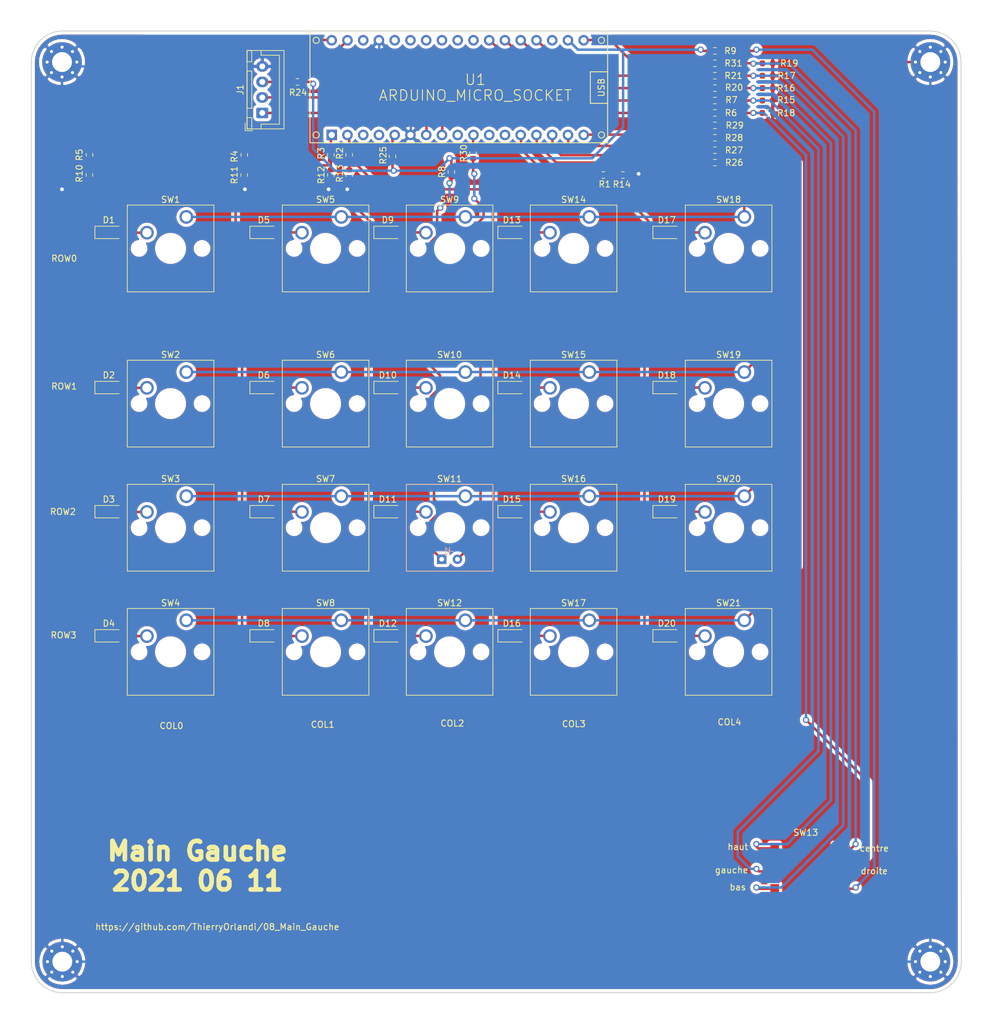
<source format=kicad_pcb>
(kicad_pcb (version 20171130) (host pcbnew "(5.1.9)-1")
  (layers (0 F.Cu signal) (31 B.Cu signal) (34 B.Paste user hide) (35 F.Paste user hide) (36 B.SilkS user) (37 F.SilkS user) (38 B.Mask user hide) (39 F.Mask user hide) (44 Edge.Cuts user))
  (net 0 "")
  (net 1 GND)
  (net 2 SCL)
  (net 3 SDA)
  (net 4 3V3)
  (net 5 "Net-(R5-Pad2)")
  (net 6 "Net-(D1-Pad2)")
  (net 7 "Net-(D2-Pad2)")
  (net 8 COL4)
  (net 9 "Net-(D3-Pad2)")
  (net 10 COL3)
  (net 11 "Net-(D4-Pad2)")
  (net 12 COL2)
  (net 13 "Net-(D5-Pad2)")
  (net 14 COL1)
  (net 15 "Net-(D6-Pad2)")
  (net 16 COL0)
  (net 17 "Net-(D7-Pad2)")
  (net 18 "Net-(D8-Pad2)")
  (net 19 "Net-(D9-Pad2)")
  (net 20 "Net-(D10-Pad2)")
  (net 21 "Net-(D11-Pad2)")
  (net 22 "Net-(D12-Pad2)")
  (net 23 "Net-(D13-Pad2)")
  (net 24 "Net-(D14-Pad2)")
  (net 25 "Net-(D15-Pad2)")
  (net 26 "Net-(D16-Pad2)")
  (net 27 "Net-(D17-Pad2)")
  (net 28 "Net-(D18-Pad2)")
  (net 29 "Net-(D19-Pad2)")
  (net 30 "Net-(D20-Pad2)")
  (net 31 "Net-(R1-Pad2)")
  (net 32 "Net-(R8-Pad2)")
  (net 33 ROW3)
  (net 34 ROW2)
  (net 35 ROW1)
  (net 36 ROW0)
  (net 37 "Net-(R9-Pad1)")
  (net 38 "Net-(R3-Pad2)")
  (net 39 "Net-(R7-Pad2)")
  (net 40 haut)
  (net 41 bas)
  (net 42 centre)
  (net 43 gauche)
  (net 44 droite)
  (net 45 led)
  (net 46 "Net-(J1-Pad3)")
  (net 47 "Net-(R2-Pad2)")
  (net 48 "Net-(R4-Pad2)")
  (net 49 "Net-(R6-Pad2)")
  (net 50 "Net-(R20-Pad2)")
  (net 51 "Net-(R21-Pad2)")
  (net 52 "Net-(R25-Pad1)")
  (net 53 "Net-(R26-Pad1)")
  (net 54 "Net-(R27-Pad1)")
  (net 55 "Net-(R28-Pad1)")
  (net 56 "Net-(R29-Pad1)")
  (net 57 "Net-(R30-Pad1)")
  (net 58 "Net-(R31-Pad1)")
  (net 59 "Net-(U1-Pad4)")
  (net 60 "Net-(U1-Pad32)")
  (net 61 "Net-(U1-Pad29)")
  (net 62 "Net-(U1-Pad28)")
  (net 63 "Net-(U1-Pad27)")
  (net 64 "Net-(U1-Pad26)")
  (net 65 "Net-(U1-Pad25)")
  (net 66 "Net-(U1-Pad20)")
  (net 67 "Net-(U1-Pad3)")
  (net 68 "Net-(U1-Pad9)")
  (net 69 "Net-(U1-Pad11)")
  (net 70 "Net-(U1-Pad12)")
  (net 71 "Net-(U1-Pad30)")
  (module Resistor_SMD:R_0603_1608Metric (layer F.Cu) (at 87.8 47.7 270)
    (fp_text reference R8 (at 0 1.5 90) (layer F.SilkS))
    (fp_text value 10k)
    (pad 2 smd roundrect (at 0.825 0 270) (size 0.8 0.95) (layers F.Cu F.Paste F.Mask) (net 32 "Net-(R8-Pad2)"))
    (pad 1 smd roundrect (at -0.825 0 270) (size 0.8 0.95) (layers F.Cu F.Paste F.Mask) (net 4 3V3))
  )
  (module Resistor_SMD:R_0603_1608Metric (layer F.Cu) (at 130.3 44.2)
    (fp_text reference R27 (at 3.1 0) (layer F.SilkS))
    (fp_text value 0)
    (pad 2 smd roundrect (at 0.825 0) (size 0.8 0.95) (layers F.Cu F.Paste F.Mask) (net 35 ROW1))
    (pad 1 smd roundrect (at -0.825 0) (size 0.8 0.95) (layers F.Cu F.Paste F.Mask) (net 54 "Net-(R27-Pad1)"))
  )
  (module Button_Switch_Keyboard:SW_Cherry_MX_1.00u_PCB (layer F.Cu) (at 45.05 119.95)
    (fp_text reference SW4 (at -2.54 -2.794) (layer F.SilkS))
    (fp_text value MX_1u)
    (pad "" np_thru_hole circle (at 2.54 5.08) (size 1.7 1.7) (drill 1.7) (layers *.Cu *.Mask))
    (pad "" np_thru_hole circle (at -7.62 5.08) (size 1.7 1.7) (drill 1.7) (layers *.Cu *.Mask))
    (pad "" np_thru_hole circle (at -2.54 5.08) (size 4 4) (drill 4) (layers *.Cu *.Mask))
    (pad 2 thru_hole circle (at -6.35 2.54) (size 2.2 2.2) (drill 1.5) (layers *.Cu *.Mask) (net 11 "Net-(D4-Pad2)"))
    (pad 1 thru_hole circle (at 0 0) (size 2.2 2.2) (drill 1.5) (layers *.Cu *.Mask) (net 33 ROW3))
  )
  (module MountingHole:MountingHole_3.2mm_M3_Pad_Via (layer F.Cu) (at 165.05 174.95)
    (fp_text reference H2 hide)
    (fp_text value MountingHole_Pad)
    (pad 1 thru_hole circle (at 1.697056 -1.697056) (size 0.8 0.8) (drill 0.5) (layers *.Cu *.Mask) (net 1 GND))
    (pad 1 thru_hole circle (at 0 -2.4) (size 0.8 0.8) (drill 0.5) (layers *.Cu *.Mask) (net 1 GND))
    (pad 1 thru_hole circle (at -1.697056 -1.697056) (size 0.8 0.8) (drill 0.5) (layers *.Cu *.Mask) (net 1 GND))
    (pad 1 thru_hole circle (at -2.4 0) (size 0.8 0.8) (drill 0.5) (layers *.Cu *.Mask) (net 1 GND))
    (pad 1 thru_hole circle (at -1.697056 1.697056) (size 0.8 0.8) (drill 0.5) (layers *.Cu *.Mask) (net 1 GND))
    (pad 1 thru_hole circle (at 0 2.4) (size 0.8 0.8) (drill 0.5) (layers *.Cu *.Mask) (net 1 GND))
    (pad 1 thru_hole circle (at 1.697056 1.697056) (size 0.8 0.8) (drill 0.5) (layers *.Cu *.Mask) (net 1 GND))
    (pad 1 thru_hole circle (at 2.4 0) (size 0.8 0.8) (drill 0.5) (layers *.Cu *.Mask) (net 1 GND))
    (pad 1 thru_hole circle (at 0 0) (size 6.4 6.4) (drill 3.2) (layers *.Cu *.Mask) (net 1 GND))
  )
  (module MountingHole:MountingHole_3.2mm_M3_Pad_Via (layer F.Cu) (at 25 30)
    (fp_text reference H1 hide)
    (fp_text value MountingHole_Pad)
    (pad 1 thru_hole circle (at 1.697056 -1.697056) (size 0.8 0.8) (drill 0.5) (layers *.Cu *.Mask) (net 1 GND))
    (pad 1 thru_hole circle (at 0 -2.4) (size 0.8 0.8) (drill 0.5) (layers *.Cu *.Mask) (net 1 GND))
    (pad 1 thru_hole circle (at -1.697056 -1.697056) (size 0.8 0.8) (drill 0.5) (layers *.Cu *.Mask) (net 1 GND))
    (pad 1 thru_hole circle (at -2.4 0) (size 0.8 0.8) (drill 0.5) (layers *.Cu *.Mask) (net 1 GND))
    (pad 1 thru_hole circle (at -1.697056 1.697056) (size 0.8 0.8) (drill 0.5) (layers *.Cu *.Mask) (net 1 GND))
    (pad 1 thru_hole circle (at 0 2.4) (size 0.8 0.8) (drill 0.5) (layers *.Cu *.Mask) (net 1 GND))
    (pad 1 thru_hole circle (at 1.697056 1.697056) (size 0.8 0.8) (drill 0.5) (layers *.Cu *.Mask) (net 1 GND))
    (pad 1 thru_hole circle (at 2.4 0) (size 0.8 0.8) (drill 0.5) (layers *.Cu *.Mask) (net 1 GND))
    (pad 1 thru_hole circle (at 0 0) (size 6.4 6.4) (drill 3.2) (layers *.Cu *.Mask) (net 1 GND))
  )
  (module MountingHole:MountingHole_3.2mm_M3_Pad_Via (layer F.Cu) (at 165.05 30)
    (fp_text reference H3 hide)
    (fp_text value MountingHole_Pad)
    (pad 1 thru_hole circle (at 1.697056 -1.697056) (size 0.8 0.8) (drill 0.5) (layers *.Cu *.Mask) (net 1 GND))
    (pad 1 thru_hole circle (at 0 -2.4) (size 0.8 0.8) (drill 0.5) (layers *.Cu *.Mask) (net 1 GND))
    (pad 1 thru_hole circle (at -1.697056 -1.697056) (size 0.8 0.8) (drill 0.5) (layers *.Cu *.Mask) (net 1 GND))
    (pad 1 thru_hole circle (at -2.4 0) (size 0.8 0.8) (drill 0.5) (layers *.Cu *.Mask) (net 1 GND))
    (pad 1 thru_hole circle (at -1.697056 1.697056) (size 0.8 0.8) (drill 0.5) (layers *.Cu *.Mask) (net 1 GND))
    (pad 1 thru_hole circle (at 0 2.4) (size 0.8 0.8) (drill 0.5) (layers *.Cu *.Mask) (net 1 GND))
    (pad 1 thru_hole circle (at 1.697056 1.697056) (size 0.8 0.8) (drill 0.5) (layers *.Cu *.Mask) (net 1 GND))
    (pad 1 thru_hole circle (at 2.4 0) (size 0.8 0.8) (drill 0.5) (layers *.Cu *.Mask) (net 1 GND))
    (pad 1 thru_hole circle (at 0 0) (size 6.4 6.4) (drill 3.2) (layers *.Cu *.Mask) (net 1 GND))
  )
  (module MountingHole:MountingHole_3.2mm_M3_Pad_Via (layer F.Cu) (at 25.05 174.95)
    (fp_text reference H4 hide)
    (fp_text value MountingHole_Pad)
    (pad 1 thru_hole circle (at 1.697056 -1.697056) (size 0.8 0.8) (drill 0.5) (layers *.Cu *.Mask) (net 1 GND))
    (pad 1 thru_hole circle (at 0 -2.4) (size 0.8 0.8) (drill 0.5) (layers *.Cu *.Mask) (net 1 GND))
    (pad 1 thru_hole circle (at -1.697056 -1.697056) (size 0.8 0.8) (drill 0.5) (layers *.Cu *.Mask) (net 1 GND))
    (pad 1 thru_hole circle (at -2.4 0) (size 0.8 0.8) (drill 0.5) (layers *.Cu *.Mask) (net 1 GND))
    (pad 1 thru_hole circle (at -1.697056 1.697056) (size 0.8 0.8) (drill 0.5) (layers *.Cu *.Mask) (net 1 GND))
    (pad 1 thru_hole circle (at 0 2.4) (size 0.8 0.8) (drill 0.5) (layers *.Cu *.Mask) (net 1 GND))
    (pad 1 thru_hole circle (at 1.697056 1.697056) (size 0.8 0.8) (drill 0.5) (layers *.Cu *.Mask) (net 1 GND))
    (pad 1 thru_hole circle (at 2.4 0) (size 0.8 0.8) (drill 0.5) (layers *.Cu *.Mask) (net 1 GND))
    (pad 1 thru_hole circle (at 0 0) (size 6.4 6.4) (drill 3.2) (layers *.Cu *.Mask) (net 1 GND))
  )
  (module Button_Switch_Keyboard:SW_Cherry_MX_1.00u_PCB (layer F.Cu) (at 45.05 79.95)
    (fp_text reference SW2 (at -2.54 -2.794) (layer F.SilkS))
    (fp_text value MX_1u)
    (pad "" np_thru_hole circle (at 2.54 5.08) (size 1.7 1.7) (drill 1.7) (layers *.Cu *.Mask))
    (pad "" np_thru_hole circle (at -7.62 5.08) (size 1.7 1.7) (drill 1.7) (layers *.Cu *.Mask))
    (pad "" np_thru_hole circle (at -2.54 5.08) (size 4 4) (drill 4) (layers *.Cu *.Mask))
    (pad 2 thru_hole circle (at -6.35 2.54) (size 2.2 2.2) (drill 1.5) (layers *.Cu *.Mask) (net 7 "Net-(D2-Pad2)"))
    (pad 1 thru_hole circle (at 0 0) (size 2.2 2.2) (drill 1.5) (layers *.Cu *.Mask) (net 35 ROW1))
  )
  (module Button_Switch_Keyboard:SW_Cherry_MX_1.00u_PCB (layer F.Cu) (at 45.05 99.95)
    (fp_text reference SW3 (at -2.54 -2.794) (layer F.SilkS))
    (fp_text value MX_1u)
    (pad "" np_thru_hole circle (at 2.54 5.08) (size 1.7 1.7) (drill 1.7) (layers *.Cu *.Mask))
    (pad "" np_thru_hole circle (at -7.62 5.08) (size 1.7 1.7) (drill 1.7) (layers *.Cu *.Mask))
    (pad "" np_thru_hole circle (at -2.54 5.08) (size 4 4) (drill 4) (layers *.Cu *.Mask))
    (pad 2 thru_hole circle (at -6.35 2.54) (size 2.2 2.2) (drill 1.5) (layers *.Cu *.Mask) (net 9 "Net-(D3-Pad2)"))
    (pad 1 thru_hole circle (at 0 0) (size 2.2 2.2) (drill 1.5) (layers *.Cu *.Mask) (net 34 ROW2))
  )
  (module Diode_SMD:D_SOD-123 (layer F.Cu) (at 32.55 122.45)
    (fp_text reference D4 (at 0 -2) (layer F.SilkS))
    (fp_text value B5819W)
    (pad 2 smd rect (at 1.65 0) (size 0.9 1.2) (layers F.Cu F.Paste F.Mask) (net 11 "Net-(D4-Pad2)"))
    (pad 1 smd rect (at -1.65 0) (size 0.9 1.2) (layers F.Cu F.Paste F.Mask) (net 16 COL0))
  )
  (module Diode_SMD:D_SOD-123 (layer F.Cu) (at 122.55 122.45)
    (fp_text reference D20 (at 0 -2) (layer F.SilkS))
    (fp_text value B5819W)
    (pad 2 smd rect (at 1.65 0) (size 0.9 1.2) (layers F.Cu F.Paste F.Mask) (net 30 "Net-(D20-Pad2)"))
    (pad 1 smd rect (at -1.65 0) (size 0.9 1.2) (layers F.Cu F.Paste F.Mask) (net 8 COL4))
  )
  (module Diode_SMD:D_SOD-123 (layer F.Cu) (at 57.55 122.45)
    (fp_text reference D8 (at 0 -2) (layer F.SilkS))
    (fp_text value B5819W)
    (pad 2 smd rect (at 1.65 0) (size 0.9 1.2) (layers F.Cu F.Paste F.Mask) (net 18 "Net-(D8-Pad2)"))
    (pad 1 smd rect (at -1.65 0) (size 0.9 1.2) (layers F.Cu F.Paste F.Mask) (net 14 COL1))
  )
  (module Diode_SMD:D_SOD-123 (layer F.Cu) (at 77.55 122.45)
    (fp_text reference D12 (at 0 -2) (layer F.SilkS))
    (fp_text value B5819W)
    (pad 2 smd rect (at 1.65 0) (size 0.9 1.2) (layers F.Cu F.Paste F.Mask) (net 22 "Net-(D12-Pad2)"))
    (pad 1 smd rect (at -1.65 0) (size 0.9 1.2) (layers F.Cu F.Paste F.Mask) (net 12 COL2))
  )
  (module Diode_SMD:D_SOD-123 (layer F.Cu) (at 97.55 122.45)
    (fp_text reference D16 (at 0 -2) (layer F.SilkS))
    (fp_text value B5819W)
    (pad 2 smd rect (at 1.65 0) (size 0.9 1.2) (layers F.Cu F.Paste F.Mask) (net 26 "Net-(D16-Pad2)"))
    (pad 1 smd rect (at -1.65 0) (size 0.9 1.2) (layers F.Cu F.Paste F.Mask) (net 10 COL3))
  )
  (module Diode_SMD:D_SOD-123 (layer F.Cu) (at 32.55 82.45)
    (fp_text reference D2 (at 0 -2) (layer F.SilkS))
    (fp_text value B5819W)
    (pad 2 smd rect (at 1.65 0) (size 0.9 1.2) (layers F.Cu F.Paste F.Mask) (net 7 "Net-(D2-Pad2)"))
    (pad 1 smd rect (at -1.65 0) (size 0.9 1.2) (layers F.Cu F.Paste F.Mask) (net 16 COL0))
  )
  (module Diode_SMD:D_SOD-123 (layer F.Cu) (at 122.55 82.45)
    (fp_text reference D18 (at 0 -2) (layer F.SilkS))
    (fp_text value B5819W)
    (pad 2 smd rect (at 1.65 0) (size 0.9 1.2) (layers F.Cu F.Paste F.Mask) (net 28 "Net-(D18-Pad2)"))
    (pad 1 smd rect (at -1.65 0) (size 0.9 1.2) (layers F.Cu F.Paste F.Mask) (net 8 COL4))
  )
  (module Diode_SMD:D_SOD-123 (layer F.Cu) (at 57.55 82.45)
    (fp_text reference D6 (at 0 -2) (layer F.SilkS))
    (fp_text value B5819W)
    (pad 2 smd rect (at 1.65 0) (size 0.9 1.2) (layers F.Cu F.Paste F.Mask) (net 15 "Net-(D6-Pad2)"))
    (pad 1 smd rect (at -1.65 0) (size 0.9 1.2) (layers F.Cu F.Paste F.Mask) (net 14 COL1))
  )
  (module Diode_SMD:D_SOD-123 (layer F.Cu) (at 77.55 82.45)
    (fp_text reference D10 (at 0 -2) (layer F.SilkS))
    (fp_text value B5819W)
    (pad 2 smd rect (at 1.65 0) (size 0.9 1.2) (layers F.Cu F.Paste F.Mask) (net 20 "Net-(D10-Pad2)"))
    (pad 1 smd rect (at -1.65 0) (size 0.9 1.2) (layers F.Cu F.Paste F.Mask) (net 12 COL2))
  )
  (module Diode_SMD:D_SOD-123 (layer F.Cu) (at 97.55 82.45)
    (fp_text reference D14 (at 0 -2) (layer F.SilkS))
    (fp_text value B5819W)
    (pad 2 smd rect (at 1.65 0) (size 0.9 1.2) (layers F.Cu F.Paste F.Mask) (net 24 "Net-(D14-Pad2)"))
    (pad 1 smd rect (at -1.65 0) (size 0.9 1.2) (layers F.Cu F.Paste F.Mask) (net 10 COL3))
  )
  (module Diode_SMD:D_SOD-123 (layer F.Cu) (at 32.55 102.45)
    (fp_text reference D3 (at 0 -2) (layer F.SilkS))
    (fp_text value B5819W)
    (pad 2 smd rect (at 1.65 0) (size 0.9 1.2) (layers F.Cu F.Paste F.Mask) (net 9 "Net-(D3-Pad2)"))
    (pad 1 smd rect (at -1.65 0) (size 0.9 1.2) (layers F.Cu F.Paste F.Mask) (net 16 COL0))
  )
  (module Diode_SMD:D_SOD-123 (layer F.Cu) (at 122.55 102.45)
    (fp_text reference D19 (at 0 -2) (layer F.SilkS))
    (fp_text value B5819W)
    (pad 2 smd rect (at 1.65 0) (size 0.9 1.2) (layers F.Cu F.Paste F.Mask) (net 29 "Net-(D19-Pad2)"))
    (pad 1 smd rect (at -1.65 0) (size 0.9 1.2) (layers F.Cu F.Paste F.Mask) (net 8 COL4))
  )
  (module Diode_SMD:D_SOD-123 (layer F.Cu) (at 57.55 102.45)
    (fp_text reference D7 (at 0 -2) (layer F.SilkS))
    (fp_text value B5819W)
    (pad 2 smd rect (at 1.65 0) (size 0.9 1.2) (layers F.Cu F.Paste F.Mask) (net 17 "Net-(D7-Pad2)"))
    (pad 1 smd rect (at -1.65 0) (size 0.9 1.2) (layers F.Cu F.Paste F.Mask) (net 14 COL1))
  )
  (module Diode_SMD:D_SOD-123 (layer F.Cu) (at 77.55 102.45)
    (fp_text reference D11 (at 0 -2) (layer F.SilkS))
    (fp_text value B5819W)
    (pad 2 smd rect (at 1.65 0) (size 0.9 1.2) (layers F.Cu F.Paste F.Mask) (net 21 "Net-(D11-Pad2)"))
    (pad 1 smd rect (at -1.65 0) (size 0.9 1.2) (layers F.Cu F.Paste F.Mask) (net 12 COL2))
  )
  (module Diode_SMD:D_SOD-123 (layer F.Cu) (at 97.55 102.45)
    (fp_text reference D15 (at 0 -2) (layer F.SilkS))
    (fp_text value B5819W)
    (pad 2 smd rect (at 1.65 0) (size 0.9 1.2) (layers F.Cu F.Paste F.Mask) (net 25 "Net-(D15-Pad2)"))
    (pad 1 smd rect (at -1.65 0) (size 0.9 1.2) (layers F.Cu F.Paste F.Mask) (net 10 COL3))
  )
  (module Button_Switch_Keyboard:SW_Cherry_MX_1.00u_PCB (layer F.Cu) (at 135.05 119.95)
    (fp_text reference SW21 (at -2.54 -2.794) (layer F.SilkS))
    (fp_text value MX_1u)
    (pad "" np_thru_hole circle (at 2.54 5.08) (size 1.7 1.7) (drill 1.7) (layers *.Cu *.Mask))
    (pad "" np_thru_hole circle (at -7.62 5.08) (size 1.7 1.7) (drill 1.7) (layers *.Cu *.Mask))
    (pad "" np_thru_hole circle (at -2.54 5.08) (size 4 4) (drill 4) (layers *.Cu *.Mask))
    (pad 2 thru_hole circle (at -6.35 2.54) (size 2.2 2.2) (drill 1.5) (layers *.Cu *.Mask) (net 30 "Net-(D20-Pad2)"))
    (pad 1 thru_hole circle (at 0 0) (size 2.2 2.2) (drill 1.5) (layers *.Cu *.Mask) (net 33 ROW3))
  )
  (module Button_Switch_Keyboard:SW_Cherry_MX_1.00u_PCB (layer F.Cu) (at 70.05 119.95)
    (fp_text reference SW8 (at -2.54 -2.794) (layer F.SilkS))
    (fp_text value MX_1u)
    (pad "" np_thru_hole circle (at 2.54 5.08) (size 1.7 1.7) (drill 1.7) (layers *.Cu *.Mask))
    (pad "" np_thru_hole circle (at -7.62 5.08) (size 1.7 1.7) (drill 1.7) (layers *.Cu *.Mask))
    (pad "" np_thru_hole circle (at -2.54 5.08) (size 4 4) (drill 4) (layers *.Cu *.Mask))
    (pad 2 thru_hole circle (at -6.35 2.54) (size 2.2 2.2) (drill 1.5) (layers *.Cu *.Mask) (net 18 "Net-(D8-Pad2)"))
    (pad 1 thru_hole circle (at 0 0) (size 2.2 2.2) (drill 1.5) (layers *.Cu *.Mask) (net 33 ROW3))
  )
  (module Button_Switch_Keyboard:SW_Cherry_MX_1.00u_PCB (layer F.Cu) (at 90.05 119.95)
    (fp_text reference SW12 (at -2.54 -2.794) (layer F.SilkS))
    (fp_text value MX_1u)
    (pad "" np_thru_hole circle (at 2.54 5.08) (size 1.7 1.7) (drill 1.7) (layers *.Cu *.Mask))
    (pad "" np_thru_hole circle (at -7.62 5.08) (size 1.7 1.7) (drill 1.7) (layers *.Cu *.Mask))
    (pad "" np_thru_hole circle (at -2.54 5.08) (size 4 4) (drill 4) (layers *.Cu *.Mask))
    (pad 2 thru_hole circle (at -6.35 2.54) (size 2.2 2.2) (drill 1.5) (layers *.Cu *.Mask) (net 22 "Net-(D12-Pad2)"))
    (pad 1 thru_hole circle (at 0 0) (size 2.2 2.2) (drill 1.5) (layers *.Cu *.Mask) (net 33 ROW3))
  )
  (module Button_Switch_Keyboard:SW_Cherry_MX_1.00u_PCB (layer F.Cu) (at 110.05 119.95)
    (fp_text reference SW17 (at -2.54 -2.794) (layer F.SilkS))
    (fp_text value MX_1u)
    (pad "" np_thru_hole circle (at 2.54 5.08) (size 1.7 1.7) (drill 1.7) (layers *.Cu *.Mask))
    (pad "" np_thru_hole circle (at -7.62 5.08) (size 1.7 1.7) (drill 1.7) (layers *.Cu *.Mask))
    (pad "" np_thru_hole circle (at -2.54 5.08) (size 4 4) (drill 4) (layers *.Cu *.Mask))
    (pad 2 thru_hole circle (at -6.35 2.54) (size 2.2 2.2) (drill 1.5) (layers *.Cu *.Mask) (net 26 "Net-(D16-Pad2)"))
    (pad 1 thru_hole circle (at 0 0) (size 2.2 2.2) (drill 1.5) (layers *.Cu *.Mask) (net 33 ROW3))
  )
  (module Button_Switch_Keyboard:SW_Cherry_MX_1.00u_PCB (layer F.Cu) (at 135.05 79.95)
    (fp_text reference SW19 (at -2.54 -2.794) (layer F.SilkS))
    (fp_text value MX_1u)
    (pad "" np_thru_hole circle (at 2.54 5.08) (size 1.7 1.7) (drill 1.7) (layers *.Cu *.Mask))
    (pad "" np_thru_hole circle (at -7.62 5.08) (size 1.7 1.7) (drill 1.7) (layers *.Cu *.Mask))
    (pad "" np_thru_hole circle (at -2.54 5.08) (size 4 4) (drill 4) (layers *.Cu *.Mask))
    (pad 2 thru_hole circle (at -6.35 2.54) (size 2.2 2.2) (drill 1.5) (layers *.Cu *.Mask) (net 28 "Net-(D18-Pad2)"))
    (pad 1 thru_hole circle (at 0 0) (size 2.2 2.2) (drill 1.5) (layers *.Cu *.Mask) (net 35 ROW1))
  )
  (module Button_Switch_Keyboard:SW_Cherry_MX_1.00u_PCB (layer F.Cu) (at 70.05 79.95)
    (fp_text reference SW6 (at -2.54 -2.794) (layer F.SilkS))
    (fp_text value MX_1u)
    (pad "" np_thru_hole circle (at 2.54 5.08) (size 1.7 1.7) (drill 1.7) (layers *.Cu *.Mask))
    (pad "" np_thru_hole circle (at -7.62 5.08) (size 1.7 1.7) (drill 1.7) (layers *.Cu *.Mask))
    (pad "" np_thru_hole circle (at -2.54 5.08) (size 4 4) (drill 4) (layers *.Cu *.Mask))
    (pad 2 thru_hole circle (at -6.35 2.54) (size 2.2 2.2) (drill 1.5) (layers *.Cu *.Mask) (net 15 "Net-(D6-Pad2)"))
    (pad 1 thru_hole circle (at 0 0) (size 2.2 2.2) (drill 1.5) (layers *.Cu *.Mask) (net 35 ROW1))
  )
  (module Button_Switch_Keyboard:SW_Cherry_MX_1.00u_PCB (layer F.Cu) (at 90.05 79.95)
    (fp_text reference SW10 (at -2.54 -2.794) (layer F.SilkS))
    (fp_text value MX_1u)
    (pad "" np_thru_hole circle (at 2.54 5.08) (size 1.7 1.7) (drill 1.7) (layers *.Cu *.Mask))
    (pad "" np_thru_hole circle (at -7.62 5.08) (size 1.7 1.7) (drill 1.7) (layers *.Cu *.Mask))
    (pad "" np_thru_hole circle (at -2.54 5.08) (size 4 4) (drill 4) (layers *.Cu *.Mask))
    (pad 2 thru_hole circle (at -6.35 2.54) (size 2.2 2.2) (drill 1.5) (layers *.Cu *.Mask) (net 20 "Net-(D10-Pad2)"))
    (pad 1 thru_hole circle (at 0 0) (size 2.2 2.2) (drill 1.5) (layers *.Cu *.Mask) (net 35 ROW1))
  )
  (module Button_Switch_Keyboard:SW_Cherry_MX_1.00u_PCB (layer F.Cu) (at 110.05 79.95)
    (fp_text reference SW15 (at -2.54 -2.794) (layer F.SilkS))
    (fp_text value MX_1u)
    (pad "" np_thru_hole circle (at 2.54 5.08) (size 1.7 1.7) (drill 1.7) (layers *.Cu *.Mask))
    (pad "" np_thru_hole circle (at -7.62 5.08) (size 1.7 1.7) (drill 1.7) (layers *.Cu *.Mask))
    (pad "" np_thru_hole circle (at -2.54 5.08) (size 4 4) (drill 4) (layers *.Cu *.Mask))
    (pad 2 thru_hole circle (at -6.35 2.54) (size 2.2 2.2) (drill 1.5) (layers *.Cu *.Mask) (net 24 "Net-(D14-Pad2)"))
    (pad 1 thru_hole circle (at 0 0) (size 2.2 2.2) (drill 1.5) (layers *.Cu *.Mask) (net 35 ROW1))
  )
  (module Button_Switch_Keyboard:SW_Cherry_MX_1.00u_PCB (layer F.Cu) (at 135.05 99.95)
    (fp_text reference SW20 (at -2.54 -2.794) (layer F.SilkS))
    (fp_text value MX_1u)
    (pad "" np_thru_hole circle (at 2.54 5.08) (size 1.7 1.7) (drill 1.7) (layers *.Cu *.Mask))
    (pad "" np_thru_hole circle (at -7.62 5.08) (size 1.7 1.7) (drill 1.7) (layers *.Cu *.Mask))
    (pad "" np_thru_hole circle (at -2.54 5.08) (size 4 4) (drill 4) (layers *.Cu *.Mask))
    (pad 2 thru_hole circle (at -6.35 2.54) (size 2.2 2.2) (drill 1.5) (layers *.Cu *.Mask) (net 29 "Net-(D19-Pad2)"))
    (pad 1 thru_hole circle (at 0 0) (size 2.2 2.2) (drill 1.5) (layers *.Cu *.Mask) (net 34 ROW2))
  )
  (module Button_Switch_Keyboard:SW_Cherry_MX_1.00u_PCB (layer F.Cu) (at 70.05 99.95)
    (fp_text reference SW7 (at -2.54 -2.794) (layer F.SilkS))
    (fp_text value MX_1u)
    (pad "" np_thru_hole circle (at 2.54 5.08) (size 1.7 1.7) (drill 1.7) (layers *.Cu *.Mask))
    (pad "" np_thru_hole circle (at -7.62 5.08) (size 1.7 1.7) (drill 1.7) (layers *.Cu *.Mask))
    (pad "" np_thru_hole circle (at -2.54 5.08) (size 4 4) (drill 4) (layers *.Cu *.Mask))
    (pad 2 thru_hole circle (at -6.35 2.54) (size 2.2 2.2) (drill 1.5) (layers *.Cu *.Mask) (net 17 "Net-(D7-Pad2)"))
    (pad 1 thru_hole circle (at 0 0) (size 2.2 2.2) (drill 1.5) (layers *.Cu *.Mask) (net 34 ROW2))
  )
  (module Button_Switch_Keyboard:SW_Cherry_MX_1.00u_PCB (layer F.Cu) (at 110.05 99.95)
    (fp_text reference SW16 (at -2.54 -2.794) (layer F.SilkS))
    (fp_text value MX_1u)
    (pad "" np_thru_hole circle (at 2.54 5.08) (size 1.7 1.7) (drill 1.7) (layers *.Cu *.Mask))
    (pad "" np_thru_hole circle (at -7.62 5.08) (size 1.7 1.7) (drill 1.7) (layers *.Cu *.Mask))
    (pad "" np_thru_hole circle (at -2.54 5.08) (size 4 4) (drill 4) (layers *.Cu *.Mask))
    (pad 2 thru_hole circle (at -6.35 2.54) (size 2.2 2.2) (drill 1.5) (layers *.Cu *.Mask) (net 25 "Net-(D15-Pad2)"))
    (pad 1 thru_hole circle (at 0 0) (size 2.2 2.2) (drill 1.5) (layers *.Cu *.Mask) (net 34 ROW2))
  )
  (module Diode_SMD:D_SOD-123 (layer F.Cu) (at 32.55 57.45)
    (fp_text reference D1 (at 0 -2) (layer F.SilkS))
    (fp_text value B5819W)
    (pad 2 smd rect (at 1.65 0) (size 0.9 1.2) (layers F.Cu F.Paste F.Mask) (net 6 "Net-(D1-Pad2)"))
    (pad 1 smd rect (at -1.65 0) (size 0.9 1.2) (layers F.Cu F.Paste F.Mask) (net 16 COL0))
  )
  (module Diode_SMD:D_SOD-123 (layer F.Cu) (at 57.55 57.45)
    (fp_text reference D5 (at 0 -2) (layer F.SilkS))
    (fp_text value B5819W)
    (pad 2 smd rect (at 1.65 0) (size 0.9 1.2) (layers F.Cu F.Paste F.Mask) (net 13 "Net-(D5-Pad2)"))
    (pad 1 smd rect (at -1.65 0) (size 0.9 1.2) (layers F.Cu F.Paste F.Mask) (net 14 COL1))
  )
  (module Diode_SMD:D_SOD-123 (layer F.Cu) (at 77.55 57.45)
    (fp_text reference D9 (at 0 -2) (layer F.SilkS))
    (fp_text value B5819W)
    (pad 2 smd rect (at 1.65 0) (size 0.9 1.2) (layers F.Cu F.Paste F.Mask) (net 19 "Net-(D9-Pad2)"))
    (pad 1 smd rect (at -1.65 0) (size 0.9 1.2) (layers F.Cu F.Paste F.Mask) (net 12 COL2))
  )
  (module Diode_SMD:D_SOD-123 (layer F.Cu) (at 97.55 57.45)
    (fp_text reference D13 (at 0 -2) (layer F.SilkS))
    (fp_text value B5819W)
    (pad 2 smd rect (at 1.65 0) (size 0.9 1.2) (layers F.Cu F.Paste F.Mask) (net 23 "Net-(D13-Pad2)"))
    (pad 1 smd rect (at -1.65 0) (size 0.9 1.2) (layers F.Cu F.Paste F.Mask) (net 10 COL3))
  )
  (module Diode_SMD:D_SOD-123 (layer F.Cu) (at 122.55 57.45)
    (fp_text reference D17 (at 0 -2) (layer F.SilkS))
    (fp_text value B5819W)
    (pad 2 smd rect (at 1.65 0) (size 0.9 1.2) (layers F.Cu F.Paste F.Mask) (net 27 "Net-(D17-Pad2)"))
    (pad 1 smd rect (at -1.65 0) (size 0.9 1.2) (layers F.Cu F.Paste F.Mask) (net 8 COL4))
  )
  (module Resistor_SMD:R_0603_1608Metric (layer F.Cu) (at 130.3 28.2 180)
    (fp_text reference R9 (at -2.5 0) (layer F.SilkS))
    (fp_text value 10k)
    (pad 2 smd roundrect (at 0.825 0 180) (size 0.8 0.95) (layers F.Cu F.Paste F.Mask) (net 4 3V3))
    (pad 1 smd roundrect (at -0.825 0 180) (size 0.8 0.95) (layers F.Cu F.Paste F.Mask) (net 37 "Net-(R9-Pad1)"))
  )
  (module Button_Switch_Keyboard:SW_Cherry_MX_1.00u_PCB (layer F.Cu) (at 45.05 54.95)
    (fp_text reference SW1 (at -2.54 -2.794) (layer F.SilkS))
    (fp_text value MX_1u)
    (pad "" np_thru_hole circle (at 2.54 5.08) (size 1.7 1.7) (drill 1.7) (layers *.Cu *.Mask))
    (pad "" np_thru_hole circle (at -7.62 5.08) (size 1.7 1.7) (drill 1.7) (layers *.Cu *.Mask))
    (pad "" np_thru_hole circle (at -2.54 5.08) (size 4 4) (drill 4) (layers *.Cu *.Mask))
    (pad 2 thru_hole circle (at -6.35 2.54) (size 2.2 2.2) (drill 1.5) (layers *.Cu *.Mask) (net 6 "Net-(D1-Pad2)"))
    (pad 1 thru_hole circle (at 0 0) (size 2.2 2.2) (drill 1.5) (layers *.Cu *.Mask) (net 36 ROW0))
  )
  (module Button_Switch_Keyboard:SW_Cherry_MX_1.00u_PCB (layer F.Cu) (at 70.05 54.95)
    (fp_text reference SW5 (at -2.54 -2.794) (layer F.SilkS))
    (fp_text value MX_1u)
    (pad "" np_thru_hole circle (at 2.54 5.08) (size 1.7 1.7) (drill 1.7) (layers *.Cu *.Mask))
    (pad "" np_thru_hole circle (at -7.62 5.08) (size 1.7 1.7) (drill 1.7) (layers *.Cu *.Mask))
    (pad "" np_thru_hole circle (at -2.54 5.08) (size 4 4) (drill 4) (layers *.Cu *.Mask))
    (pad 2 thru_hole circle (at -6.35 2.54) (size 2.2 2.2) (drill 1.5) (layers *.Cu *.Mask) (net 13 "Net-(D5-Pad2)"))
    (pad 1 thru_hole circle (at 0 0) (size 2.2 2.2) (drill 1.5) (layers *.Cu *.Mask) (net 36 ROW0))
  )
  (module Button_Switch_Keyboard:SW_Cherry_MX_1.00u_PCB (layer F.Cu) (at 90.05 54.95)
    (fp_text reference SW9 (at -2.54 -2.794) (layer F.SilkS))
    (fp_text value MX_1u)
    (pad "" np_thru_hole circle (at 2.54 5.08) (size 1.7 1.7) (drill 1.7) (layers *.Cu *.Mask))
    (pad "" np_thru_hole circle (at -7.62 5.08) (size 1.7 1.7) (drill 1.7) (layers *.Cu *.Mask))
    (pad "" np_thru_hole circle (at -2.54 5.08) (size 4 4) (drill 4) (layers *.Cu *.Mask))
    (pad 2 thru_hole circle (at -6.35 2.54) (size 2.2 2.2) (drill 1.5) (layers *.Cu *.Mask) (net 19 "Net-(D9-Pad2)"))
    (pad 1 thru_hole circle (at 0 0) (size 2.2 2.2) (drill 1.5) (layers *.Cu *.Mask) (net 36 ROW0))
  )
  (module Button_Switch_Keyboard:SW_Cherry_MX_1.00u_PCB (layer F.Cu) (at 110.05 54.95)
    (fp_text reference SW14 (at -2.54 -2.794) (layer F.SilkS))
    (fp_text value MX_1u)
    (pad "" np_thru_hole circle (at 2.54 5.08) (size 1.7 1.7) (drill 1.7) (layers *.Cu *.Mask))
    (pad "" np_thru_hole circle (at -7.62 5.08) (size 1.7 1.7) (drill 1.7) (layers *.Cu *.Mask))
    (pad "" np_thru_hole circle (at -2.54 5.08) (size 4 4) (drill 4) (layers *.Cu *.Mask))
    (pad 2 thru_hole circle (at -6.35 2.54) (size 2.2 2.2) (drill 1.5) (layers *.Cu *.Mask) (net 23 "Net-(D13-Pad2)"))
    (pad 1 thru_hole circle (at 0 0) (size 2.2 2.2) (drill 1.5) (layers *.Cu *.Mask) (net 36 ROW0))
  )
  (module Button_Switch_Keyboard:SW_Cherry_MX_1.00u_PCB (layer F.Cu) (at 135.05 54.95)
    (fp_text reference SW18 (at -2.54 -2.794) (layer F.SilkS))
    (fp_text value MX_1u)
    (pad "" np_thru_hole circle (at 2.54 5.08) (size 1.7 1.7) (drill 1.7) (layers *.Cu *.Mask))
    (pad "" np_thru_hole circle (at -7.62 5.08) (size 1.7 1.7) (drill 1.7) (layers *.Cu *.Mask))
    (pad "" np_thru_hole circle (at -2.54 5.08) (size 4 4) (drill 4) (layers *.Cu *.Mask))
    (pad 2 thru_hole circle (at -6.35 2.54) (size 2.2 2.2) (drill 1.5) (layers *.Cu *.Mask) (net 27 "Net-(D17-Pad2)"))
    (pad 1 thru_hole circle (at 0 0) (size 2.2 2.2) (drill 1.5) (layers *.Cu *.Mask) (net 36 ROW0))
  )
  (module Resistor_SMD:R_0603_1608Metric (layer F.Cu) (at 29.425 48.2 270)
    (fp_text reference R10 (at -0.25 1.625 90) (layer F.SilkS))
    (fp_text value 100k)
    (pad 2 smd roundrect (at 0.825 0 270) (size 0.8 0.95) (layers F.Cu F.Paste F.Mask) (net 1 GND))
    (pad 1 smd roundrect (at -0.825 0 270) (size 0.8 0.95) (layers F.Cu F.Paste F.Mask) (net 16 COL0))
  )
  (module Resistor_SMD:R_0603_1608Metric (layer F.Cu) (at 54.39375 48.2 270)
    (fp_text reference R11 (at 0 1.59375 90) (layer F.SilkS))
    (fp_text value 100k)
    (pad 2 smd roundrect (at 0.825 0 270) (size 0.8 0.95) (layers F.Cu F.Paste F.Mask) (net 1 GND))
    (pad 1 smd roundrect (at -0.825 0 270) (size 0.8 0.95) (layers F.Cu F.Paste F.Mask) (net 14 COL1))
  )
  (module Resistor_SMD:R_0603_1608Metric (layer F.Cu) (at 68.3625 48.2 270)
    (fp_text reference R12 (at 0 1.5625 90) (layer F.SilkS))
    (fp_text value 100k)
    (pad 2 smd roundrect (at 0.825 0 270) (size 0.8 0.95) (layers F.Cu F.Paste F.Mask) (net 1 GND))
    (pad 1 smd roundrect (at -0.825 0 270) (size 0.8 0.95) (layers F.Cu F.Paste F.Mask) (net 12 COL2))
  )
  (module Resistor_SMD:R_0603_1608Metric (layer F.Cu) (at 71.33125 48.2 270)
    (fp_text reference R13 (at -0.25 1.53125 90) (layer F.SilkS))
    (fp_text value 100k)
    (pad 2 smd roundrect (at 0.825 0 270) (size 0.8 0.95) (layers F.Cu F.Paste F.Mask) (net 1 GND))
    (pad 1 smd roundrect (at -0.825 0 270) (size 0.8 0.95) (layers F.Cu F.Paste F.Mask) (net 10 COL3))
  )
  (module Resistor_SMD:R_0603_1608Metric (layer F.Cu) (at 115.475 48.2)
    (fp_text reference R14 (at -0.175 1.5) (layer F.SilkS))
    (fp_text value 100k)
    (pad 2 smd roundrect (at 0.825 0) (size 0.8 0.95) (layers F.Cu F.Paste F.Mask) (net 1 GND))
    (pad 1 smd roundrect (at -0.825 0) (size 0.8 0.95) (layers F.Cu F.Paste F.Mask) (net 8 COL4))
  )
  (module Resistor_SMD:R_0603_1608Metric (layer F.Cu) (at 138.8 36.2)
    (fp_text reference R15 (at 3 -0.1) (layer F.SilkS))
    (fp_text value 100k)
    (pad 2 smd roundrect (at 0.825 0) (size 0.8 0.95) (layers F.Cu F.Paste F.Mask) (net 1 GND))
    (pad 1 smd roundrect (at -0.825 0) (size 0.8 0.95) (layers F.Cu F.Paste F.Mask) (net 43 gauche))
  )
  (module Resistor_SMD:R_0603_1608Metric (layer F.Cu) (at 138.8 34.2)
    (fp_text reference R16 (at 3 0) (layer F.SilkS))
    (fp_text value 100k)
    (pad 2 smd roundrect (at 0.825 0) (size 0.8 0.95) (layers F.Cu F.Paste F.Mask) (net 1 GND))
    (pad 1 smd roundrect (at -0.825 0) (size 0.8 0.95) (layers F.Cu F.Paste F.Mask) (net 40 haut))
  )
  (module Resistor_SMD:R_0603_1608Metric (layer F.Cu) (at 138.8 32.2)
    (fp_text reference R17 (at 3.075 0) (layer F.SilkS))
    (fp_text value 100k)
    (pad 2 smd roundrect (at 0.825 0) (size 0.8 0.95) (layers F.Cu F.Paste F.Mask) (net 1 GND))
    (pad 1 smd roundrect (at -0.825 0) (size 0.8 0.95) (layers F.Cu F.Paste F.Mask) (net 41 bas))
  )
  (module Resistor_SMD:R_0603_1608Metric (layer F.Cu) (at 138.8 38.2)
    (fp_text reference R18 (at 3 0) (layer F.SilkS))
    (fp_text value 100k)
    (pad 2 smd roundrect (at 0.825 0) (size 0.8 0.95) (layers F.Cu F.Paste F.Mask) (net 1 GND))
    (pad 1 smd roundrect (at -0.825 0) (size 0.8 0.95) (layers F.Cu F.Paste F.Mask) (net 44 droite))
  )
  (module Resistor_SMD:R_0603_1608Metric (layer F.Cu) (at 138.8 30.2)
    (fp_text reference R19 (at 3.5 0) (layer F.SilkS))
    (fp_text value 100k)
    (pad 2 smd roundrect (at 0.825 0) (size 0.8 0.95) (layers F.Cu F.Paste F.Mask) (net 1 GND))
    (pad 1 smd roundrect (at -0.825 0) (size 0.8 0.95) (layers F.Cu F.Paste F.Mask) (net 42 centre))
  )
  (module Resistor_SMD:R_0603_1608Metric (layer F.Cu) (at 112.3 48.2 180)
    (fp_text reference R1 (at -0.225 -1.48) (layer F.SilkS))
    (fp_text value 0)
    (pad 2 smd roundrect (at 0.825 0 180) (size 0.8 0.95) (layers F.Cu F.Paste F.Mask) (net 31 "Net-(R1-Pad2)"))
    (pad 1 smd roundrect (at -0.825 0 180) (size 0.8 0.95) (layers F.Cu F.Paste F.Mask) (net 8 COL4))
  )
  (module Resistor_SMD:R_0603_1608Metric (layer F.Cu) (at 71.32 44.95 90)
    (fp_text reference R2 (at 0.25 -1.52 90) (layer F.SilkS))
    (fp_text value 0)
    (pad 2 smd roundrect (at 0.825 0 90) (size 0.8 0.95) (layers F.Cu F.Paste F.Mask) (net 47 "Net-(R2-Pad2)"))
    (pad 1 smd roundrect (at -0.825 0 90) (size 0.8 0.95) (layers F.Cu F.Paste F.Mask) (net 10 COL3))
  )
  (module Resistor_SMD:R_0603_1608Metric (layer F.Cu) (at 68.36 44.95 90)
    (fp_text reference R3 (at 0.25 -1.56 90) (layer F.SilkS))
    (fp_text value 0)
    (pad 2 smd roundrect (at 0.825 0 90) (size 0.8 0.95) (layers F.Cu F.Paste F.Mask) (net 38 "Net-(R3-Pad2)"))
    (pad 1 smd roundrect (at -0.825 0 90) (size 0.8 0.95) (layers F.Cu F.Paste F.Mask) (net 12 COL2))
  )
  (module Resistor_SMD:R_0603_1608Metric (layer F.Cu) (at 54.4 44.95 90)
    (fp_text reference R4 (at -0.25 -1.6 90) (layer F.SilkS))
    (fp_text value 0)
    (pad 2 smd roundrect (at 0.825 0 90) (size 0.8 0.95) (layers F.Cu F.Paste F.Mask) (net 48 "Net-(R4-Pad2)"))
    (pad 1 smd roundrect (at -0.825 0 90) (size 0.8 0.95) (layers F.Cu F.Paste F.Mask) (net 14 COL1))
  )
  (module Resistor_SMD:R_0603_1608Metric (layer F.Cu) (at 29.44 44.95 90)
    (fp_text reference R5 (at 0 -1.64 90) (layer F.SilkS))
    (fp_text value 0)
    (pad 2 smd roundrect (at 0.825 0 90) (size 0.8 0.95) (layers F.Cu F.Paste F.Mask) (net 5 "Net-(R5-Pad2)"))
    (pad 1 smd roundrect (at -0.825 0 90) (size 0.8 0.95) (layers F.Cu F.Paste F.Mask) (net 16 COL0))
  )
  (module Resistor_SMD:R_0603_1608Metric (layer F.Cu) (at 130.3 38.2 180)
    (fp_text reference R6 (at -2.6 0) (layer F.SilkS))
    (fp_text value 0)
    (pad 2 smd roundrect (at 0.825 0 180) (size 0.8 0.95) (layers F.Cu F.Paste F.Mask) (net 49 "Net-(R6-Pad2)"))
    (pad 1 smd roundrect (at -0.825 0 180) (size 0.8 0.95) (layers F.Cu F.Paste F.Mask) (net 44 droite))
  )
  (module Resistor_SMD:R_0603_1608Metric (layer F.Cu) (at 130.3 36.2 180)
    (fp_text reference R7 (at -2.675 0.1) (layer F.SilkS))
    (fp_text value 0)
    (pad 2 smd roundrect (at 0.825 0 180) (size 0.8 0.95) (layers F.Cu F.Paste F.Mask) (net 39 "Net-(R7-Pad2)"))
    (pad 1 smd roundrect (at -0.825 0 180) (size 0.8 0.95) (layers F.Cu F.Paste F.Mask) (net 43 gauche))
  )
  (module Resistor_SMD:R_0603_1608Metric (layer F.Cu) (at 130.3 34.2 180)
    (fp_text reference R20 (at -3.1 0.1) (layer F.SilkS))
    (fp_text value 0)
    (pad 2 smd roundrect (at 0.825 0 180) (size 0.8 0.95) (layers F.Cu F.Paste F.Mask) (net 50 "Net-(R20-Pad2)"))
    (pad 1 smd roundrect (at -0.825 0 180) (size 0.8 0.95) (layers F.Cu F.Paste F.Mask) (net 40 haut))
  )
  (module Resistor_SMD:R_0603_1608Metric (layer F.Cu) (at 130.3 32.2 180)
    (fp_text reference R21 (at -3 0) (layer F.SilkS))
    (fp_text value 0)
    (pad 2 smd roundrect (at 0.825 0 180) (size 0.8 0.95) (layers F.Cu F.Paste F.Mask) (net 51 "Net-(R21-Pad2)"))
    (pad 1 smd roundrect (at -0.825 0 180) (size 0.8 0.95) (layers F.Cu F.Paste F.Mask) (net 41 bas))
  )
  (module Resistor_SMD:R_0603_1608Metric (layer F.Cu) (at 62.975 33.2)
    (fp_text reference R24 (at 0.1 1.7) (layer F.SilkS))
    (fp_text value 0)
    (pad 2 smd roundrect (at 0.825 0) (size 0.8 0.95) (layers F.Cu F.Paste F.Mask) (net 4 3V3))
    (pad 1 smd roundrect (at -0.825 0) (size 0.8 0.95) (layers F.Cu F.Paste F.Mask) (net 46 "Net-(J1-Pad3)"))
  )
  (module Resistor_SMD:R_0603_1608Metric (layer F.Cu) (at 78.3 45.2 270)
    (fp_text reference R25 (at -0.175 1.5 90) (layer F.SilkS))
    (fp_text value 100k)
    (pad 2 smd roundrect (at 0.825 0 270) (size 0.8 0.95) (layers F.Cu F.Paste F.Mask) (net 4 3V3))
    (pad 1 smd roundrect (at -0.825 0 270) (size 0.8 0.95) (layers F.Cu F.Paste F.Mask) (net 52 "Net-(R25-Pad1)"))
  )
  (module Resistor_SMD:R_0603_1608Metric (layer F.Cu) (at 130.3 46.2)
    (fp_text reference R26 (at 3.125 0) (layer F.SilkS))
    (fp_text value 0)
    (pad 2 smd roundrect (at 0.825 0) (size 0.8 0.95) (layers F.Cu F.Paste F.Mask) (net 36 ROW0))
    (pad 1 smd roundrect (at -0.825 0) (size 0.8 0.95) (layers F.Cu F.Paste F.Mask) (net 53 "Net-(R26-Pad1)"))
  )
  (module Resistor_SMD:R_0603_1608Metric (layer F.Cu) (at 130.3 42.2)
    (fp_text reference R28 (at 3.1 0) (layer F.SilkS))
    (fp_text value 0)
    (pad 2 smd roundrect (at 0.825 0) (size 0.8 0.95) (layers F.Cu F.Paste F.Mask) (net 34 ROW2))
    (pad 1 smd roundrect (at -0.825 0) (size 0.8 0.95) (layers F.Cu F.Paste F.Mask) (net 55 "Net-(R28-Pad1)"))
  )
  (module Resistor_SMD:R_0603_1608Metric (layer F.Cu) (at 130.3 40.2)
    (fp_text reference R29 (at 3.2 0) (layer F.SilkS))
    (fp_text value 0)
    (pad 2 smd roundrect (at 0.825 0) (size 0.8 0.95) (layers F.Cu F.Paste F.Mask) (net 33 ROW3))
    (pad 1 smd roundrect (at -0.825 0) (size 0.8 0.95) (layers F.Cu F.Paste F.Mask) (net 56 "Net-(R29-Pad1)"))
  )
  (module Resistor_SMD:R_0603_1608Metric (layer F.Cu) (at 91.3 44.7 270)
    (fp_text reference R30 (at 0 1.5 90) (layer F.SilkS))
    (fp_text value 0)
    (pad 2 smd roundrect (at 0.825 0 270) (size 0.8 0.95) (layers F.Cu F.Paste F.Mask) (net 45 led))
    (pad 1 smd roundrect (at -0.825 0 270) (size 0.8 0.95) (layers F.Cu F.Paste F.Mask) (net 57 "Net-(R30-Pad1)"))
  )
  (module Resistor_SMD:R_0603_1608Metric (layer F.Cu) (at 130.3 30.2)
    (fp_text reference R31 (at 3 0) (layer F.SilkS))
    (fp_text value 0)
    (pad 2 smd roundrect (at 0.825 0) (size 0.8 0.95) (layers F.Cu F.Paste F.Mask) (net 42 centre))
    (pad 1 smd roundrect (at -0.825 0) (size 0.8 0.95) (layers F.Cu F.Paste F.Mask) (net 58 "Net-(R31-Pad1)"))
  )
  (module Connector_JST:JST_XH_B4B-XH-A_1x04_P2.50mm_Vertical (layer F.Cu) (at 57.3 38.2 90)
    (fp_text reference J1 (at 3.75 -3.55 90) (layer F.SilkS))
    (fp_text value Conn_01x04)
    (pad 4 thru_hole oval (at 7.5 0 90) (size 1.7 1.95) (drill 0.95) (layers *.Cu *.Mask) (net 1 GND))
    (pad 3 thru_hole oval (at 5 0 90) (size 1.7 1.95) (drill 0.95) (layers *.Cu *.Mask) (net 46 "Net-(J1-Pad3)"))
    (pad 2 thru_hole oval (at 2.5 0 90) (size 1.7 1.95) (drill 0.95) (layers *.Cu *.Mask) (net 2 SCL))
    (pad 1 thru_hole roundrect (at 0 0 90) (size 1.7 1.95) (drill 0.95) (layers *.Cu *.Mask) (roundrect_rratio 0.147059) (net 3 SDA))
  )
  (module Chimere_comps:SW_MX_LED (layer F.Cu) (at 90.05 99.95)
    (fp_text reference SW11 (at -2.54 -2.794) (layer F.SilkS))
    (fp_text value SW_Push_LED)
    (pad 3 thru_hole circle (at -1.27 10.16) (size 1.524 1.524) (drill 0.762) (layers *.Cu *.Mask) (net 45 led))
    (pad 4 thru_hole rect (at -3.81 10.16) (size 1.524 1.524) (drill 0.762) (layers *.Cu *.Mask) (net 32 "Net-(R8-Pad2)"))
    (pad "" np_thru_hole circle (at 2.54 5.08) (size 1.7 1.7) (drill 1.7) (layers *.Cu *.Mask))
    (pad "" np_thru_hole circle (at -7.62 5.08) (size 1.7 1.7) (drill 1.7) (layers *.Cu *.Mask))
    (pad "" np_thru_hole circle (at -2.54 5.08) (size 4 4) (drill 4) (layers *.Cu *.Mask))
    (pad 2 thru_hole circle (at -6.35 2.54) (size 2.2 2.2) (drill 1.5) (layers *.Cu *.Mask) (net 21 "Net-(D11-Pad2)"))
    (pad 1 thru_hole circle (at 0 0) (size 2.2 2.2) (drill 1.5) (layers *.Cu *.Mask) (net 34 ROW2))
  )
  (module Chimere_comps:K1-1506SN-01 (layer F.Cu) (at 145.05 159.95)
    (fp_text reference SW13 (at -0.1 -5.8) (layer F.SilkS))
    (fp_text value K1-1506SN-01)
    (pad 5 smd rect (at 5.1 0.45) (size 1.4 1.3) (layers F.Cu F.Paste F.Mask) (net 44 droite))
    (pad 2 smd rect (at -5.1 0.45) (size 1.4 1.3) (layers F.Cu F.Paste F.Mask) (net 43 gauche))
    (pad 6 smd rect (at 5.1 -3.25) (size 1.4 1.5) (layers F.Cu F.Paste F.Mask) (net 42 centre))
    (pad 4 smd rect (at 5.1 3.25) (size 1.4 1.5) (layers F.Cu F.Paste F.Mask) (net 37 "Net-(R9-Pad1)"))
    (pad 3 smd rect (at -5.1 3.25) (size 1.4 1.5) (layers F.Cu F.Paste F.Mask) (net 41 bas))
    (pad 1 smd rect (at -5.1 -3.25) (size 1.4 1.5) (layers F.Cu F.Paste F.Mask) (net 40 haut))
  )
  (module Chimere_comps:ARDUINO_MICRO_SCKT (layer F.Cu) (at 65 43)
    (fp_text reference U1 (at 26.67 -10.16) (layer F.SilkS) (effects (font (size 1.7 1.7))))
    (fp_text value ARDUINO_MICRO_SOCKET (at 26.67 -7.62) (layer F.SilkS) (effects (font (size 1.7 1.7))))
    (fp_text user USB (at 46.99 -8.89 90) (layer F.SilkS))
    (pad 17 thru_hole circle (at 44.14 -1.254) (size 1.7 1.7) (drill 1) (layers *.Cu *.Mask) (net 56 "Net-(R29-Pad1)"))
    (pad 16 thru_hole circle (at 41.6 -1.254) (size 1.7 1.7) (drill 1) (layers *.Cu *.Mask) (net 55 "Net-(R28-Pad1)"))
    (pad 15 thru_hole circle (at 39.06 -1.254) (size 1.7 1.7) (drill 1) (layers *.Cu *.Mask) (net 54 "Net-(R27-Pad1)"))
    (pad 14 thru_hole circle (at 36.52 -1.254) (size 1.7 1.7) (drill 1) (layers *.Cu *.Mask) (net 53 "Net-(R26-Pad1)"))
    (pad 13 thru_hole circle (at 33.98 -1.254) (size 1.7 1.7) (drill 1) (layers *.Cu *.Mask) (net 31 "Net-(R1-Pad2)"))
    (pad 12 thru_hole circle (at 31.44 -1.254) (size 1.7 1.7) (drill 1) (layers *.Cu *.Mask) (net 70 "Net-(U1-Pad12)"))
    (pad 11 thru_hole circle (at 28.9 -1.254) (size 1.7 1.7) (drill 1) (layers *.Cu *.Mask) (net 69 "Net-(U1-Pad11)"))
    (pad 10 thru_hole circle (at 26.36 -1.254) (size 1.7 1.7) (drill 1) (layers *.Cu *.Mask) (net 57 "Net-(R30-Pad1)"))
    (pad 9 thru_hole circle (at 23.82 -1.254) (size 1.7 1.7) (drill 1) (layers *.Cu *.Mask) (net 68 "Net-(U1-Pad9)"))
    (pad 8 thru_hole circle (at 21.28 -1.254) (size 1.7 1.7) (drill 1) (layers *.Cu *.Mask) (net 2 SCL))
    (pad 7 thru_hole circle (at 18.74 -1.254) (size 1.7 1.7) (drill 1) (layers *.Cu *.Mask) (net 3 SDA))
    (pad 6 thru_hole circle (at 16.2 -1.254) (size 1.7 1.7) (drill 1) (layers *.Cu *.Mask) (net 1 GND))
    (pad 5 thru_hole circle (at 13.66 -1.254) (size 1.7 1.7) (drill 1) (layers *.Cu *.Mask) (net 52 "Net-(R25-Pad1)"))
    (pad 4 thru_hole circle (at 11.12 -1.254) (size 1.7 1.7) (drill 1) (layers *.Cu *.Mask) (net 59 "Net-(U1-Pad4)"))
    (pad 3 thru_hole circle (at 8.58 -1.254) (size 1.7 1.7) (drill 1) (layers *.Cu *.Mask) (net 67 "Net-(U1-Pad3)"))
    (pad 2 thru_hole circle (at 6.04 -1.254) (size 1.7 1.7) (drill 1) (layers *.Cu *.Mask) (net 47 "Net-(R2-Pad2)"))
    (pad 1 thru_hole rect (at 3.5 -1.254) (size 1.7 1.7) (drill 1) (layers *.Cu *.Mask) (net 38 "Net-(R3-Pad2)"))
    (pad 18 thru_hole circle (at 44.14 -16.51) (size 1.7 1.7) (drill 1) (layers *.Cu *.Mask) (net 58 "Net-(R31-Pad1)"))
    (pad 19 thru_hole circle (at 41.6 -16.51) (size 1.7 1.7) (drill 1) (layers *.Cu *.Mask) (net 4 3V3))
    (pad 20 thru_hole circle (at 39.06 -16.51) (size 1.7 1.7) (drill 1) (layers *.Cu *.Mask) (net 66 "Net-(U1-Pad20)"))
    (pad 21 thru_hole circle (at 36.52 -16.51) (size 1.7 1.7) (drill 1) (layers *.Cu *.Mask) (net 51 "Net-(R21-Pad2)"))
    (pad 22 thru_hole circle (at 33.98 -16.51) (size 1.7 1.7) (drill 1) (layers *.Cu *.Mask) (net 50 "Net-(R20-Pad2)"))
    (pad 23 thru_hole circle (at 31.44 -16.51) (size 1.7 1.7) (drill 1) (layers *.Cu *.Mask) (net 39 "Net-(R7-Pad2)"))
    (pad 24 thru_hole circle (at 28.9 -16.51) (size 1.7 1.7) (drill 1) (layers *.Cu *.Mask) (net 49 "Net-(R6-Pad2)"))
    (pad 25 thru_hole circle (at 26.36 -16.51) (size 1.7 1.7) (drill 1) (layers *.Cu *.Mask) (net 65 "Net-(U1-Pad25)"))
    (pad 26 thru_hole circle (at 23.82 -16.51) (size 1.7 1.7) (drill 1) (layers *.Cu *.Mask) (net 64 "Net-(U1-Pad26)"))
    (pad 27 thru_hole circle (at 21.28 -16.51) (size 1.7 1.7) (drill 1) (layers *.Cu *.Mask) (net 63 "Net-(U1-Pad27)"))
    (pad 28 thru_hole circle (at 18.74 -16.51) (size 1.7 1.7) (drill 1) (layers *.Cu *.Mask) (net 62 "Net-(U1-Pad28)"))
    (pad 29 thru_hole circle (at 16.2 -16.51) (size 1.7 1.7) (drill 1) (layers *.Cu *.Mask) (net 61 "Net-(U1-Pad29)"))
    (pad 30 thru_hole circle (at 13.66 -16.51) (size 1.7 1.7) (drill 1) (layers *.Cu *.Mask) (net 71 "Net-(U1-Pad30)"))
    (pad 31 thru_hole circle (at 11.12 -16.51) (size 1.7 1.7) (drill 1) (layers *.Cu *.Mask) (net 1 GND))
    (pad 32 thru_hole circle (at 8.58 -16.51) (size 1.7 1.7) (drill 1) (layers *.Cu *.Mask) (net 60 "Net-(U1-Pad32)"))
    (pad 33 thru_hole circle (at 6.04 -16.51) (size 1.7 1.7) (drill 1) (layers *.Cu *.Mask) (net 48 "Net-(R4-Pad2)"))
    (pad 34 thru_hole circle (at 3.5 -16.51) (size 1.7 1.7) (drill 1) (layers *.Cu *.Mask) (net 5 "Net-(R5-Pad2)"))
  )
  (gr_arc (start 165 30) (end 170 30) (angle -90) (layer Edge.Cuts) (width 0.15))
  (gr_text droite (at 156 160.35) (layer F.SilkS) (effects (font (size 1 1))))
  (gr_text centre (at 156 156.7) (layer F.SilkS) (effects (font (size 1 1))))
  (gr_text bas (at 134 162.95) (layer F.SilkS) (effects (font (size 1 1))))
  (gr_text gauche (at 133 160.2) (layer F.SilkS) (effects (font (size 1 1))))
  (gr_text haut (at 134 156.45) (layer F.SilkS) (effects (font (size 1 1))))
  (gr_text COL4 (at 132.65 136.35) (layer F.SilkS) (effects (font (size 1 1))))
  (gr_text COL3 (at 107.55 136.65) (layer F.SilkS) (effects (font (size 1 1))))
  (gr_text COL2 (at 87.95 136.55) (layer F.SilkS) (effects (font (size 1 1))))
  (gr_text COL1 (at 67.05 136.75) (layer F.SilkS) (effects (font (size 1 1))))
  (gr_text COL0 (at 42.65 136.95) (layer F.SilkS) (effects (font (size 1 1))))
  (gr_text ROW3 (at 25.25 122.35) (layer F.SilkS) (effects (font (size 1 1))))
  (gr_text ROW2 (at 25.15 102.45) (layer F.SilkS) (effects (font (size 1 1))))
  (gr_text ROW1 (at 25.35 82.25) (layer F.SilkS) (effects (font (size 1 1))))
  (gr_text ROW0 (at 25.35 61.65) (layer F.SilkS) (effects (font (size 1 1))))
  (gr_text "Main Gauche\n2021 06 11" (at 46.85 159.55) (layer F.SilkS) (effects (font (size 3 3) (thickness 0.75))))
  (gr_text https://github.com/ThierryOrlandi/08_Main_Gauche (at 50.05 169.35) (layer F.SilkS) (effects (font (size 1 1))))
  (gr_arc (start 165.05 174.95) (end 165.05 179.95) (angle -90) (layer Edge.Cuts) (width 0.15))
  (gr_arc (start 25.05 174.95) (end 20.05 174.95) (angle -90) (layer Edge.Cuts) (width 0.15))
  (gr_arc (start 25.05 30) (end 25.05 25) (angle -90) (layer Edge.Cuts) (width 0.15))
  (gr_line (start 20.05 174.95) (end 20.05 30) (layer Edge.Cuts) (width 0.15))
  (gr_line (start 165.05 179.95) (end 25.05 179.95) (layer Edge.Cuts) (width 0.15))
  (gr_line (start 170 30) (end 170.05 174.95) (layer Edge.Cuts) (width 0.15))
  (gr_line (start 25.05 25) (end 165 25) (layer Edge.Cuts) (width 0.15))
  (segment (start 25.05 54.95) (end 25.05 174.95) (width 0.4) (layer B.Cu) (net 1))
  (segment (start 162.85 174.95) (end 165.05 174.95) (width 0.4) (layer B.Cu) (net 1))
  (segment (start 93.05 174.95) (end 112.95 174.95) (width 0.4) (layer B.Cu) (net 1))
  (segment (start 112.95 174.95) (end 165.05 174.95) (width 0.4) (layer B.Cu) (net 1))
  (segment (start 82.3 174.95) (end 82.95 174.95) (width 0.4) (layer B.Cu) (net 1))
  (segment (start 25.05 174.95) (end 82.3 174.95) (width 0.4) (layer B.Cu) (net 1))
  (segment (start 84.8 174.95) (end 93.05 174.95) (width 0.4) (layer B.Cu) (net 1))
  (segment (start 82.95 174.95) (end 84.8 174.95) (width 0.4) (layer B.Cu) (net 1))
  (segment (start 139.625 38.2) (end 143.8 38.2) (width 0.4) (layer F.Cu) (net 1))
  (segment (start 143.8 38.2) (end 144 38) (width 0.4) (layer F.Cu) (net 1))
  (segment (start 143.7 36.2) (end 144 36.5) (width 0.4) (layer F.Cu) (net 1))
  (segment (start 139.625 36.2) (end 143.7 36.2) (width 0.4) (layer F.Cu) (net 1))
  (segment (start 144 38) (end 144 36.5) (width 0.4) (layer F.Cu) (net 1))
  (segment (start 143.7 34.2) (end 144 34.5) (width 0.4) (layer F.Cu) (net 1))
  (segment (start 139.625 34.2) (end 143.7 34.2) (width 0.4) (layer F.Cu) (net 1))
  (segment (start 144 36.5) (end 144 34.5) (width 0.4) (layer F.Cu) (net 1))
  (segment (start 139.625 32.2) (end 143.7 32.2) (width 0.4) (layer F.Cu) (net 1))
  (segment (start 143.7 32.2) (end 144 32.5) (width 0.4) (layer F.Cu) (net 1))
  (segment (start 144 32.5) (end 144 30.5) (width 0.4) (layer F.Cu) (net 1))
  (segment (start 144 34.5) (end 144 32.5) (width 0.4) (layer F.Cu) (net 1))
  (segment (start 143.7 30.2) (end 144 30.5) (width 0.4) (layer F.Cu) (net 1))
  (segment (start 139.625 30.2) (end 143.7 30.2) (width 0.4) (layer F.Cu) (net 1))
  (segment (start 144.5 30) (end 144 30.5) (width 0.4) (layer F.Cu) (net 1))
  (segment (start 165.05 30) (end 144.5 30) (width 0.4) (layer F.Cu) (net 1))
  (segment (start 29.425 49.025) (end 29.425 49.575) (width 0.4) (layer F.Cu) (net 1))
  (via (at 25 50.5) (size 1) (drill 0.6) (layers F.Cu B.Cu) (net 1))
  (segment (start 28.5 50.5) (end 25 50.5) (width 0.4) (layer F.Cu) (net 1))
  (segment (start 29.425 49.575) (end 28.5 50.5) (width 0.4) (layer F.Cu) (net 1))
  (segment (start 25 50.5) (end 25 30) (width 0.4) (layer B.Cu) (net 1))
  (segment (start 25.05 50.55) (end 25 50.5) (width 0.4) (layer B.Cu) (net 1))
  (segment (start 25.05 174.95) (end 25.05 50.55) (width 0.4) (layer B.Cu) (net 1))
  (via (at 54.5 50.5) (size 1) (drill 0.6) (layers F.Cu B.Cu) (net 1))
  (segment (start 54.39375 50.39375) (end 54.5 50.5) (width 0.4) (layer F.Cu) (net 1))
  (segment (start 54.39375 49.025) (end 54.39375 50.39375) (width 0.4) (layer F.Cu) (net 1))
  (segment (start 54.5 50.5) (end 25 50.5) (width 0.4) (layer B.Cu) (net 1))
  (segment (start 25.7 30.7) (end 25 30) (width 0.4) (layer B.Cu) (net 1))
  (segment (start 57.3 30.7) (end 25.7 30.7) (width 0.4) (layer B.Cu) (net 1))
  (segment (start 68.3625 50.1375) (end 68 50.5) (width 0.4) (layer F.Cu) (net 1))
  (via (at 68 50.5) (size 1) (drill 0.6) (layers F.Cu B.Cu) (net 1))
  (segment (start 68.3625 49.025) (end 68.3625 50.1375) (width 0.4) (layer F.Cu) (net 1))
  (segment (start 68 50.5) (end 54.5 50.5) (width 0.4) (layer B.Cu) (net 1))
  (via (at 71 50.5) (size 1) (drill 0.6) (layers F.Cu B.Cu) (net 1))
  (segment (start 71.33125 50.16875) (end 71 50.5) (width 0.4) (layer F.Cu) (net 1))
  (segment (start 71.33125 49.025) (end 71.33125 50.16875) (width 0.4) (layer F.Cu) (net 1))
  (segment (start 71 50.5) (end 68 50.5) (width 0.4) (layer B.Cu) (net 1))
  (segment (start 81.25 41.696) (end 81.25 36.75) (width 0.4) (layer B.Cu) (net 1))
  (segment (start 81.25 36.75) (end 76.17 31.67) (width 0.4) (layer B.Cu) (net 1))
  (segment (start 57.3 30.7) (end 75.8 30.7) (width 0.4) (layer B.Cu) (net 1))
  (segment (start 75.93 30.83) (end 76.17 30.83) (width 0.4) (layer B.Cu) (net 1))
  (segment (start 75.8 30.7) (end 75.93 30.83) (width 0.4) (layer B.Cu) (net 1))
  (segment (start 76.17 30.83) (end 76.17 26.44) (width 0.4) (layer B.Cu) (net 1))
  (segment (start 76.17 31.67) (end 76.17 30.83) (width 0.4) (layer B.Cu) (net 1))
  (via (at 118 48) (size 1) (drill 0.6) (layers F.Cu B.Cu) (net 1))
  (segment (start 117.8 48.2) (end 118 48) (width 0.4) (layer F.Cu) (net 1))
  (segment (start 116.3 48.2) (end 117.8 48.2) (width 0.4) (layer F.Cu) (net 1))
  (segment (start 165.05 30) (end 165.05 55.05) (width 0.4) (layer B.Cu) (net 1))
  (segment (start 165.05 55.05) (end 165.05 174.95) (width 0.4) (layer B.Cu) (net 1))
  (segment (start 165.05 54.95) (end 165.05 55.05) (width 0.4) (layer B.Cu) (net 1))
  (segment (start 71 50.5) (end 84.5 50.5) (width 0.4) (layer B.Cu) (net 1))
  (segment (start 84.5 50.5) (end 88 47) (width 0.4) (layer B.Cu) (net 1))
  (segment (start 117 47) (end 118 48) (width 0.4) (layer B.Cu) (net 1))
  (segment (start 88 47) (end 117 47) (width 0.4) (layer B.Cu) (net 1))
  (segment (start 57.3 35.7) (end 82.2 35.7) (width 0.4) (layer F.Cu) (net 2))
  (segment (start 86.33 39.83) (end 86.33 41.696) (width 0.4) (layer F.Cu) (net 2))
  (segment (start 82.2 35.7) (end 86.33 39.83) (width 0.4) (layer F.Cu) (net 2))
  (segment (start 57.3 38.2) (end 82.2 38.2) (width 0.4) (layer F.Cu) (net 3))
  (segment (start 83.79 39.79) (end 83.79 41.696) (width 0.4) (layer F.Cu) (net 3))
  (segment (start 82.2 38.2) (end 83.79 39.79) (width 0.4) (layer F.Cu) (net 3))
  (via (at 78.5 47.5) (size 1) (drill 0.6) (layers F.Cu B.Cu) (net 4))
  (segment (start 78.3 47.3) (end 78.5 47.5) (width 0.4) (layer F.Cu) (net 4))
  (segment (start 78.3 46.025) (end 78.3 47.3) (width 0.4) (layer F.Cu) (net 4))
  (via (at 87.5 45.5) (size 1) (drill 0.6) (layers F.Cu B.Cu) (net 4))
  (segment (start 87.8 45.8) (end 87.5 45.5) (width 0.4) (layer F.Cu) (net 4))
  (segment (start 87.8 46.875) (end 87.8 45.8) (width 0.4) (layer F.Cu) (net 4))
  (segment (start 85.5 47.5) (end 78.5 47.5) (width 0.4) (layer B.Cu) (net 4))
  (segment (start 87.5 45.5) (end 85.5 47.5) (width 0.4) (layer B.Cu) (net 4))
  (via (at 128 28) (size 1) (drill 0.6) (layers F.Cu B.Cu) (net 4))
  (segment (start 128.2 28.2) (end 128 28) (width 0.4) (layer F.Cu) (net 4))
  (segment (start 129.475 28.2) (end 128.2 28.2) (width 0.4) (layer F.Cu) (net 4))
  (segment (start 108.21 28) (end 106.65 26.44) (width 0.4) (layer B.Cu) (net 4))
  (via (at 65.5 33.5) (size 1) (drill 0.6) (layers F.Cu B.Cu) (net 4))
  (segment (start 65.2 33.2) (end 65.5 33.5) (width 0.4) (layer F.Cu) (net 4))
  (segment (start 63.8 33.2) (end 65.2 33.2) (width 0.4) (layer F.Cu) (net 4))
  (segment (start 69 47.5) (end 78.5 47.5) (width 0.4) (layer B.Cu) (net 4))
  (segment (start 65.5 44) (end 69 47.5) (width 0.4) (layer B.Cu) (net 4))
  (segment (start 65.5 33.5) (end 65.5 44) (width 0.4) (layer B.Cu) (net 4))
  (segment (start 87.5 45.5) (end 110.5 45.5) (width 0.4) (layer B.Cu) (net 4))
  (segment (start 115.5 40.5) (end 115.5 28) (width 0.4) (layer B.Cu) (net 4))
  (segment (start 110.5 45.5) (end 115.5 40.5) (width 0.4) (layer B.Cu) (net 4))
  (segment (start 115.5 28) (end 108.21 28) (width 0.4) (layer B.Cu) (net 4))
  (segment (start 128 28) (end 115.5 28) (width 0.4) (layer B.Cu) (net 4))
  (segment (start 29.45 44.115) (end 29.44 44.125) (width 0.4) (layer F.Cu) (net 5))
  (segment (start 29.44 44.125) (end 29.44 35.56) (width 0.4) (layer F.Cu) (net 5))
  (segment (start 38.56 26.44) (end 68.55 26.44) (width 0.4) (layer F.Cu) (net 5))
  (segment (start 29.44 35.56) (end 38.56 26.44) (width 0.4) (layer F.Cu) (net 5))
  (segment (start 34.24 57.49) (end 34.2 57.45) (width 0.4) (layer F.Cu) (net 6))
  (segment (start 38.7 57.49) (end 34.24 57.49) (width 0.4) (layer F.Cu) (net 6))
  (segment (start 34.24 82.49) (end 34.2 82.45) (width 0.4) (layer F.Cu) (net 7))
  (segment (start 38.7 82.49) (end 34.24 82.49) (width 0.4) (layer F.Cu) (net 7))
  (segment (start 120.9 57.45) (end 119.55 57.45) (width 0.4) (layer F.Cu) (net 8))
  (segment (start 119.55 57.45) (end 118.95 58.05) (width 0.4) (layer F.Cu) (net 8))
  (segment (start 119.25 122.45) (end 118.95 122.15) (width 0.4) (layer F.Cu) (net 8))
  (segment (start 120.9 122.45) (end 119.25 122.45) (width 0.4) (layer F.Cu) (net 8))
  (segment (start 119.05 102.45) (end 118.95 102.55) (width 0.4) (layer F.Cu) (net 8))
  (segment (start 120.9 102.45) (end 119.05 102.45) (width 0.4) (layer F.Cu) (net 8))
  (segment (start 118.95 102.55) (end 118.95 122.15) (width 0.4) (layer F.Cu) (net 8))
  (segment (start 119.05 82.45) (end 118.95 82.55) (width 0.4) (layer F.Cu) (net 8))
  (segment (start 120.9 82.45) (end 119.05 82.45) (width 0.4) (layer F.Cu) (net 8))
  (segment (start 118.95 82.55) (end 118.95 102.55) (width 0.4) (layer F.Cu) (net 8))
  (segment (start 118.95 58.05) (end 118.95 82.55) (width 0.4) (layer F.Cu) (net 8))
  (segment (start 119.55 57.45) (end 119.55 55.55) (width 0.4) (layer F.Cu) (net 8))
  (segment (start 113.7 49.7) (end 113.7 48.2) (width 0.4) (layer F.Cu) (net 8))
  (segment (start 119.55 55.55) (end 113.7 49.7) (width 0.4) (layer F.Cu) (net 8))
  (segment (start 113.7 48.2) (end 114.65 48.2) (width 0.4) (layer F.Cu) (net 8))
  (segment (start 113.125 48.2) (end 113.7 48.2) (width 0.4) (layer F.Cu) (net 8))
  (segment (start 34.24 102.49) (end 34.2 102.45) (width 0.4) (layer F.Cu) (net 9))
  (segment (start 38.7 102.49) (end 34.24 102.49) (width 0.4) (layer F.Cu) (net 9))
  (segment (start 95.9 57.45) (end 95.15 57.45) (width 0.4) (layer F.Cu) (net 10))
  (segment (start 95.15 57.45) (end 94.55 58.05) (width 0.4) (layer F.Cu) (net 10))
  (segment (start 94.65 122.45) (end 94.55 122.35) (width 0.4) (layer F.Cu) (net 10))
  (segment (start 95.9 122.45) (end 94.65 122.45) (width 0.4) (layer F.Cu) (net 10))
  (segment (start 95.9 102.45) (end 94.55 102.45) (width 0.4) (layer F.Cu) (net 10))
  (segment (start 94.55 102.45) (end 94.55 122.35) (width 0.4) (layer F.Cu) (net 10))
  (segment (start 94.65 82.45) (end 94.55 82.35) (width 0.4) (layer F.Cu) (net 10))
  (segment (start 95.9 82.45) (end 94.65 82.45) (width 0.4) (layer F.Cu) (net 10))
  (segment (start 94.55 82.35) (end 94.55 102.45) (width 0.4) (layer F.Cu) (net 10))
  (segment (start 94.55 58.05) (end 94.55 82.35) (width 0.4) (layer F.Cu) (net 10))
  (segment (start 71.33125 45.78625) (end 71.32 45.775) (width 0.4) (layer F.Cu) (net 10))
  (segment (start 71.33125 46.66875) (end 72.66875 46.66875) (width 0.4) (layer F.Cu) (net 10))
  (segment (start 71.33125 47.375) (end 71.33125 46.66875) (width 0.4) (layer F.Cu) (net 10))
  (segment (start 71.33125 46.66875) (end 71.33125 45.78625) (width 0.4) (layer F.Cu) (net 10))
  (segment (start 72.66875 46.66875) (end 76.5 50.5) (width 0.4) (layer F.Cu) (net 10))
  (segment (start 76.5 50.5) (end 92.5 50.5) (width 0.4) (layer F.Cu) (net 10))
  (segment (start 92.5 50.5) (end 94.5 52.5) (width 0.4) (layer F.Cu) (net 10))
  (segment (start 94.5 56.8) (end 95.15 57.45) (width 0.4) (layer F.Cu) (net 10))
  (segment (start 94.5 52.5) (end 94.5 56.8) (width 0.4) (layer F.Cu) (net 10))
  (segment (start 34.24 122.49) (end 34.2 122.45) (width 0.4) (layer F.Cu) (net 11))
  (segment (start 38.7 122.49) (end 34.24 122.49) (width 0.4) (layer F.Cu) (net 11))
  (segment (start 75.9 57.45) (end 74.75 57.45) (width 0.4) (layer F.Cu) (net 12))
  (segment (start 74.75 57.45) (end 74.45 57.75) (width 0.4) (layer F.Cu) (net 12))
  (segment (start 74.55 102.45) (end 74.45 102.35) (width 0.4) (layer F.Cu) (net 12))
  (segment (start 75.9 102.45) (end 74.55 102.45) (width 0.4) (layer F.Cu) (net 12))
  (segment (start 75.9 82.45) (end 74.45 82.45) (width 0.4) (layer F.Cu) (net 12))
  (segment (start 74.45 82.45) (end 74.45 102.35) (width 0.4) (layer F.Cu) (net 12))
  (segment (start 74.45 57.75) (end 74.45 82.45) (width 0.4) (layer F.Cu) (net 12))
  (segment (start 75.05 122.4) (end 74.45 121.8) (width 0.4) (layer F.Cu) (net 12))
  (segment (start 75.05 122.45) (end 75.05 122.4) (width 0.4) (layer F.Cu) (net 12))
  (segment (start 74.45 102.35) (end 74.45 121.8) (width 0.4) (layer F.Cu) (net 12))
  (segment (start 75.9 122.45) (end 75.05 122.45) (width 0.4) (layer F.Cu) (net 12))
  (segment (start 68.3625 45.7775) (end 68.36 45.775) (width 0.4) (layer F.Cu) (net 12))
  (segment (start 74.75 57.45) (end 74.75 55.75) (width 0.4) (layer F.Cu) (net 12))
  (segment (start 74.75 55.75) (end 71.5 52.5) (width 0.4) (layer F.Cu) (net 12))
  (segment (start 71.5 52.5) (end 68 52.5) (width 0.4) (layer F.Cu) (net 12))
  (segment (start 68 52.5) (end 66.5 51) (width 0.4) (layer F.Cu) (net 12))
  (segment (start 66.5 51) (end 66.5 47) (width 0.4) (layer F.Cu) (net 12))
  (segment (start 66.5 47) (end 66.8625 46.6375) (width 0.4) (layer F.Cu) (net 12))
  (segment (start 66.8625 46.6375) (end 68.3625 46.6375) (width 0.4) (layer F.Cu) (net 12))
  (segment (start 68.3625 46.6375) (end 68.3625 45.7775) (width 0.4) (layer F.Cu) (net 12))
  (segment (start 68.3625 47.375) (end 68.3625 46.6375) (width 0.4) (layer F.Cu) (net 12))
  (segment (start 63.66 57.45) (end 63.7 57.49) (width 0.4) (layer F.Cu) (net 13))
  (segment (start 59.2 57.45) (end 63.66 57.45) (width 0.4) (layer F.Cu) (net 13))
  (segment (start 55.9 57.45) (end 55.05 57.45) (width 0.4) (layer F.Cu) (net 14))
  (segment (start 54.15 102.45) (end 54.05 102.35) (width 0.4) (layer F.Cu) (net 14))
  (segment (start 55.9 102.45) (end 54.15 102.45) (width 0.4) (layer F.Cu) (net 14))
  (segment (start 55.9 82.45) (end 54.05 82.45) (width 0.4) (layer F.Cu) (net 14))
  (segment (start 54.05 82.45) (end 54.05 102.35) (width 0.4) (layer F.Cu) (net 14))
  (segment (start 54.05 58.45) (end 54.05 82.45) (width 0.4) (layer F.Cu) (net 14))
  (segment (start 54.8 122.45) (end 54.05 121.7) (width 0.4) (layer F.Cu) (net 14))
  (segment (start 54.05 102.35) (end 54.05 121.7) (width 0.4) (layer F.Cu) (net 14))
  (segment (start 55.9 122.45) (end 54.8 122.45) (width 0.4) (layer F.Cu) (net 14))
  (segment (start 54.4 47.36875) (end 54.39375 47.375) (width 0.4) (layer F.Cu) (net 14))
  (segment (start 55.9 57.45) (end 54.05 57.45) (width 0.4) (layer F.Cu) (net 14))
  (segment (start 54.4 45.775) (end 54.4 46.6) (width 0.4) (layer F.Cu) (net 14))
  (segment (start 54.4 46.6) (end 54.4 47.36875) (width 0.4) (layer F.Cu) (net 14))
  (segment (start 53 56.5) (end 54.05 57.55) (width 0.4) (layer F.Cu) (net 14))
  (segment (start 54.05 57.55) (end 54.05 57.45) (width 0.4) (layer F.Cu) (net 14))
  (segment (start 54.05 58.45) (end 54.05 57.55) (width 0.4) (layer F.Cu) (net 14))
  (segment (start 53.9 46.6) (end 53 47.5) (width 0.4) (layer F.Cu) (net 14))
  (segment (start 54.4 46.6) (end 53.9 46.6) (width 0.4) (layer F.Cu) (net 14))
  (segment (start 53 47.5) (end 53 56.5) (width 0.4) (layer F.Cu) (net 14))
  (segment (start 63.66 82.45) (end 63.7 82.49) (width 0.4) (layer F.Cu) (net 15))
  (segment (start 59.2 82.45) (end 63.66 82.45) (width 0.4) (layer F.Cu) (net 15))
  (segment (start 30.9 57.45) (end 29.95 57.45) (width 0.4) (layer F.Cu) (net 16))
  (segment (start 30.9 102.45) (end 29.25 102.45) (width 0.4) (layer F.Cu) (net 16))
  (segment (start 30.9 82.45) (end 29.25 82.45) (width 0.4) (layer F.Cu) (net 16))
  (segment (start 29.25 82.45) (end 29.25 102.45) (width 0.4) (layer F.Cu) (net 16))
  (segment (start 29.25 58.15) (end 29.25 82.45) (width 0.4) (layer F.Cu) (net 16))
  (segment (start 29.8 122.45) (end 29.25 121.9) (width 0.4) (layer F.Cu) (net 16))
  (segment (start 29.25 102.45) (end 29.25 121.9) (width 0.4) (layer F.Cu) (net 16))
  (segment (start 30.9 122.45) (end 29.8 122.45) (width 0.4) (layer F.Cu) (net 16))
  (segment (start 29.3 57.45) (end 29.25 57.4) (width 0.4) (layer F.Cu) (net 16))
  (segment (start 30.9 57.45) (end 29.3 57.45) (width 0.4) (layer F.Cu) (net 16))
  (segment (start 29.25 58.15) (end 29.25 57.4) (width 0.4) (layer F.Cu) (net 16))
  (segment (start 29.425 45.79) (end 29.44 45.775) (width 0.4) (layer F.Cu) (net 16))
  (segment (start 29.425 47.375) (end 29.425 46.575) (width 0.4) (layer F.Cu) (net 16))
  (segment (start 29.425 46.575) (end 29.425 45.79) (width 0.4) (layer F.Cu) (net 16))
  (segment (start 29.5 46.5) (end 29.425 46.575) (width 0.4) (layer F.Cu) (net 16))
  (segment (start 31 47) (end 30.5 46.5) (width 0.4) (layer F.Cu) (net 16))
  (segment (start 31 49.5) (end 31 47) (width 0.4) (layer F.Cu) (net 16))
  (segment (start 29.25 51.25) (end 31 49.5) (width 0.4) (layer F.Cu) (net 16))
  (segment (start 30.5 46.5) (end 29.5 46.5) (width 0.4) (layer F.Cu) (net 16))
  (segment (start 29.25 57.4) (end 29.25 51.25) (width 0.4) (layer F.Cu) (net 16))
  (segment (start 63.66 102.45) (end 63.7 102.49) (width 0.4) (layer F.Cu) (net 17))
  (segment (start 59.2 102.45) (end 63.66 102.45) (width 0.4) (layer F.Cu) (net 17))
  (segment (start 59.24 122.49) (end 59.2 122.45) (width 0.4) (layer F.Cu) (net 18))
  (segment (start 63.7 122.49) (end 59.24 122.49) (width 0.4) (layer F.Cu) (net 18))
  (segment (start 83.66 57.45) (end 83.7 57.49) (width 0.4) (layer F.Cu) (net 19))
  (segment (start 79.2 57.45) (end 83.66 57.45) (width 0.4) (layer F.Cu) (net 19))
  (segment (start 83.66 82.45) (end 83.7 82.49) (width 0.4) (layer F.Cu) (net 20))
  (segment (start 79.2 82.45) (end 83.66 82.45) (width 0.4) (layer F.Cu) (net 20))
  (segment (start 83.66 102.45) (end 83.7 102.49) (width 0.4) (layer F.Cu) (net 21))
  (segment (start 79.2 102.45) (end 83.66 102.45) (width 0.4) (layer F.Cu) (net 21))
  (segment (start 79.2 122.45) (end 83.55 122.45) (width 0.4) (layer F.Cu) (net 22))
  (segment (start 83.59 122.49) (end 83.7 122.49) (width 0.4) (layer F.Cu) (net 22))
  (segment (start 83.55 122.45) (end 83.59 122.49) (width 0.4) (layer F.Cu) (net 22))
  (segment (start 103.66 57.45) (end 103.7 57.49) (width 0.4) (layer F.Cu) (net 23))
  (segment (start 99.2 57.45) (end 103.66 57.45) (width 0.4) (layer F.Cu) (net 23))
  (segment (start 103.66 82.45) (end 103.7 82.49) (width 0.4) (layer F.Cu) (net 24))
  (segment (start 99.2 82.45) (end 103.66 82.45) (width 0.4) (layer F.Cu) (net 24))
  (segment (start 103.66 102.45) (end 103.7 102.49) (width 0.4) (layer F.Cu) (net 25))
  (segment (start 99.2 102.45) (end 103.66 102.45) (width 0.4) (layer F.Cu) (net 25))
  (segment (start 103.66 122.45) (end 103.7 122.49) (width 0.4) (layer F.Cu) (net 26))
  (segment (start 99.2 122.45) (end 103.66 122.45) (width 0.4) (layer F.Cu) (net 26))
  (segment (start 128.66 57.45) (end 128.7 57.49) (width 0.4) (layer F.Cu) (net 27))
  (segment (start 124.2 57.45) (end 128.66 57.45) (width 0.4) (layer F.Cu) (net 27))
  (segment (start 128.66 82.45) (end 128.7 82.49) (width 0.4) (layer F.Cu) (net 28))
  (segment (start 124.2 82.45) (end 128.66 82.45) (width 0.4) (layer F.Cu) (net 28))
  (segment (start 128.66 102.45) (end 128.7 102.49) (width 0.4) (layer F.Cu) (net 29))
  (segment (start 124.2 102.45) (end 128.66 102.45) (width 0.4) (layer F.Cu) (net 29))
  (segment (start 128.66 122.45) (end 128.7 122.49) (width 0.4) (layer F.Cu) (net 30))
  (segment (start 124.2 122.45) (end 128.66 122.45) (width 0.4) (layer F.Cu) (net 30))
  (segment (start 111.475 48.2) (end 103.2 48.2) (width 0.4) (layer F.Cu) (net 31))
  (segment (start 99.03 44.03) (end 99.03 41.696) (width 0.4) (layer F.Cu) (net 31))
  (segment (start 103.2 48.2) (end 99.03 44.03) (width 0.4) (layer F.Cu) (net 31))
  (segment (start 87.8 49.2) (end 87.5 49.5) (width 0.4) (layer F.Cu) (net 32))
  (via (at 87.5 49.5) (size 1) (drill 0.6) (layers F.Cu B.Cu) (net 32))
  (segment (start 87.8 48.525) (end 87.8 49.2) (width 0.4) (layer F.Cu) (net 32))
  (segment (start 87.5 49.5) (end 87.5 52) (width 0.4) (layer B.Cu) (net 32))
  (via (at 86 53.5) (size 1) (drill 0.6) (layers F.Cu B.Cu) (net 32))
  (segment (start 87.5 52) (end 86 53.5) (width 0.4) (layer B.Cu) (net 32))
  (segment (start 85.5 54) (end 86 53.5) (width 0.4) (layer F.Cu) (net 32))
  (segment (start 85.5 58) (end 85.5 54) (width 0.4) (layer F.Cu) (net 32))
  (segment (start 86.24 110.11) (end 84.455001 108.325001) (width 0.4) (layer F.Cu) (net 32))
  (segment (start 84.455001 108.325001) (end 84.455001 103.955001) (width 0.4) (layer F.Cu) (net 32))
  (segment (start 84.455001 103.955001) (end 85.705001 102.705001) (width 0.4) (layer F.Cu) (net 32))
  (segment (start 85.705001 102.705001) (end 85.705001 101.205001) (width 0.4) (layer F.Cu) (net 32))
  (segment (start 85.705001 101.205001) (end 85 100.5) (width 0.4) (layer F.Cu) (net 32))
  (segment (start 85 100.5) (end 85 87) (width 0.4) (layer F.Cu) (net 32))
  (segment (start 84.5 86.5) (end 84.5 83.910002) (width 0.4) (layer F.Cu) (net 32))
  (segment (start 84.5 59) (end 85.5 58) (width 0.4) (layer F.Cu) (net 32))
  (segment (start 84.5 83.910002) (end 85.955001 82.455001) (width 0.4) (layer F.Cu) (net 32))
  (segment (start 85.955001 82.455001) (end 85.955001 80.455001) (width 0.4) (layer F.Cu) (net 32))
  (segment (start 85 87) (end 84.5 86.5) (width 0.4) (layer F.Cu) (net 32))
  (segment (start 85.955001 80.455001) (end 84.5 79) (width 0.4) (layer F.Cu) (net 32))
  (segment (start 84.5 79) (end 84.5 59) (width 0.4) (layer F.Cu) (net 32))
  (segment (start 70.05 119.95) (end 45.05 119.95) (width 0.4) (layer B.Cu) (net 33))
  (segment (start 70.05 119.95) (end 90.05 119.95) (width 0.4) (layer B.Cu) (net 33))
  (segment (start 90.05 119.95) (end 110.05 119.95) (width 0.4) (layer B.Cu) (net 33))
  (segment (start 110.05 119.95) (end 135.05 119.95) (width 0.4) (layer B.Cu) (net 33))
  (segment (start 143.8 111.2) (end 142.05 112.95) (width 0.4) (layer F.Cu) (net 33))
  (segment (start 143.8 46.275) (end 143.8 111.2) (width 0.4) (layer F.Cu) (net 33))
  (segment (start 135.05 119.95) (end 142.05 112.95) (width 0.4) (layer F.Cu) (net 33))
  (segment (start 137.725 40.2) (end 143.8 46.275) (width 0.4) (layer F.Cu) (net 33))
  (segment (start 131.125 40.2) (end 137.725 40.2) (width 0.4) (layer F.Cu) (net 33))
  (segment (start 70.05 99.95) (end 45.05 99.95) (width 0.4) (layer B.Cu) (net 34))
  (segment (start 83.380002 99.95) (end 90.05 99.95) (width 0.4) (layer B.Cu) (net 34))
  (segment (start 70.05 99.95) (end 83.380002 99.95) (width 0.4) (layer B.Cu) (net 34))
  (segment (start 90.05 99.95) (end 110.05 99.95) (width 0.4) (layer B.Cu) (net 34))
  (segment (start 110.05 99.95) (end 135.05 99.95) (width 0.4) (layer B.Cu) (net 34))
  (segment (start 141.8 93.2) (end 141.425 93.575) (width 0.4) (layer F.Cu) (net 34))
  (segment (start 141.8 46.275) (end 141.8 93.2) (width 0.4) (layer F.Cu) (net 34))
  (segment (start 135.05 99.95) (end 141.425 93.575) (width 0.4) (layer F.Cu) (net 34))
  (segment (start 137.725 42.2) (end 141.8 46.275) (width 0.4) (layer F.Cu) (net 34))
  (segment (start 131.125 42.2) (end 137.725 42.2) (width 0.4) (layer F.Cu) (net 34))
  (segment (start 45.05 79.95) (end 70.05 79.95) (width 0.4) (layer B.Cu) (net 35))
  (segment (start 70.05 79.95) (end 90.05 79.95) (width 0.4) (layer B.Cu) (net 35))
  (segment (start 90.05 79.95) (end 110.05 79.95) (width 0.4) (layer B.Cu) (net 35))
  (segment (start 110.05 79.95) (end 135.05 79.95) (width 0.4) (layer B.Cu) (net 35))
  (segment (start 139.8 75.2) (end 138.55 76.45) (width 0.4) (layer F.Cu) (net 35))
  (segment (start 139.8 46.275) (end 139.8 75.2) (width 0.4) (layer F.Cu) (net 35))
  (segment (start 135.05 79.95) (end 138.55 76.45) (width 0.4) (layer F.Cu) (net 35))
  (segment (start 137.725 44.2) (end 139.8 46.275) (width 0.4) (layer F.Cu) (net 35))
  (segment (start 131.125 44.2) (end 137.725 44.2) (width 0.4) (layer F.Cu) (net 35))
  (segment (start 45.05 54.95) (end 70.05 54.95) (width 0.4) (layer B.Cu) (net 36))
  (segment (start 70.05 54.95) (end 90.05 54.95) (width 0.4) (layer B.Cu) (net 36))
  (segment (start 90.05 54.95) (end 110.05 54.95) (width 0.4) (layer B.Cu) (net 36))
  (segment (start 110.05 54.95) (end 135.05 54.95) (width 0.4) (layer B.Cu) (net 36))
  (segment (start 133.3 46.2) (end 135.05 47.95) (width 0.4) (layer F.Cu) (net 36))
  (segment (start 131.125 46.2) (end 133.3 46.2) (width 0.4) (layer F.Cu) (net 36))
  (segment (start 135.05 54.95) (end 135.05 47.95) (width 0.4) (layer F.Cu) (net 36))
  (via (at 137 28) (size 1) (drill 0.6) (layers F.Cu B.Cu) (net 37))
  (segment (start 136.8 28.2) (end 137 28) (width 0.4) (layer F.Cu) (net 37))
  (segment (start 131.125 28.2) (end 136.8 28.2) (width 0.4) (layer F.Cu) (net 37))
  (via (at 153 163) (size 1) (drill 0.6) (layers F.Cu B.Cu) (net 37))
  (segment (start 152.8 163.2) (end 153 163) (width 0.4) (layer F.Cu) (net 37))
  (segment (start 150.15 163.2) (end 152.8 163.2) (width 0.4) (layer F.Cu) (net 37))
  (segment (start 146 28) (end 137 28) (width 0.4) (layer B.Cu) (net 37))
  (segment (start 156 160) (end 156 38) (width 0.4) (layer B.Cu) (net 37))
  (segment (start 156 38) (end 146 28) (width 0.4) (layer B.Cu) (net 37))
  (segment (start 153 163) (end 156 160) (width 0.4) (layer B.Cu) (net 37))
  (segment (start 68.36 41.886) (end 68.55 41.696) (width 0.4) (layer F.Cu) (net 38))
  (segment (start 68.36 44.125) (end 68.36 41.886) (width 0.4) (layer F.Cu) (net 38))
  (segment (start 106.25 36.2) (end 96.49 26.44) (width 0.4) (layer F.Cu) (net 39))
  (segment (start 129.475 36.2) (end 106.25 36.2) (width 0.4) (layer F.Cu) (net 39))
  (via (at 136.5 34.2) (size 1) (drill 0.6) (layers F.Cu B.Cu) (net 40))
  (segment (start 137.975 34.2) (end 136.8 34.2) (width 0.4) (layer F.Cu) (net 40))
  (segment (start 131.125 34.2) (end 136.8 34.2) (width 0.4) (layer F.Cu) (net 40))
  (segment (start 139.95 156.7) (end 137.3 156.7) (width 0.4) (layer F.Cu) (net 40))
  (via (at 137 156) (size 1) (drill 0.6) (layers F.Cu B.Cu) (net 40))
  (segment (start 137 156.4) (end 137 156) (width 0.4) (layer F.Cu) (net 40))
  (segment (start 137.3 156.7) (end 137 156.4) (width 0.4) (layer F.Cu) (net 40))
  (segment (start 140.2 34.2) (end 136.5 34.2) (width 0.4) (layer B.Cu) (net 40))
  (segment (start 149 43) (end 140.2 34.2) (width 0.4) (layer B.Cu) (net 40))
  (segment (start 149 149) (end 149 43) (width 0.4) (layer B.Cu) (net 40))
  (segment (start 142 156) (end 149 149) (width 0.4) (layer B.Cu) (net 40))
  (segment (start 137 156) (end 142 156) (width 0.4) (layer B.Cu) (net 40))
  (via (at 136.5 32.2) (size 1) (drill 0.6) (layers F.Cu B.Cu) (net 41))
  (segment (start 137.975 32.2) (end 136.7 32.2) (width 0.4) (layer F.Cu) (net 41))
  (segment (start 131.125 32.2) (end 136.7 32.2) (width 0.4) (layer F.Cu) (net 41))
  (segment (start 140.8 32.2) (end 141.2 32.2) (width 0.4) (layer B.Cu) (net 41))
  (segment (start 136.5 32.2) (end 140.8 32.2) (width 0.4) (layer B.Cu) (net 41))
  (segment (start 141.2 32.2) (end 151 42) (width 0.4) (layer B.Cu) (net 41))
  (segment (start 151 42) (end 151 133) (width 0.4) (layer B.Cu) (net 41))
  (segment (start 151 133) (end 151 136) (width 0.4) (layer B.Cu) (net 41))
  (via (at 137 163) (size 1) (drill 0.6) (layers F.Cu B.Cu) (net 41))
  (segment (start 137.2 163.2) (end 137 163) (width 0.4) (layer F.Cu) (net 41))
  (segment (start 139.95 163.2) (end 137.2 163.2) (width 0.4) (layer F.Cu) (net 41))
  (segment (start 137 163) (end 141 163) (width 0.4) (layer B.Cu) (net 41))
  (segment (start 141 163) (end 151 153) (width 0.4) (layer B.Cu) (net 41))
  (segment (start 151 153) (end 151 135) (width 0.4) (layer B.Cu) (net 41))
  (via (at 136.5 30.25) (size 1) (drill 0.6) (layers F.Cu B.Cu) (net 42))
  (segment (start 137.975 30.2) (end 136.8 30.2) (width 0.4) (layer F.Cu) (net 42))
  (segment (start 131.125 30.2) (end 136.8 30.2) (width 0.4) (layer F.Cu) (net 42))
  (segment (start 150.15 156.7) (end 152.3 156.7) (width 0.4) (layer F.Cu) (net 42))
  (via (at 153 156) (size 1) (drill 0.6) (layers F.Cu B.Cu) (net 42))
  (segment (start 152.3 156.7) (end 153 156) (width 0.4) (layer F.Cu) (net 42))
  (segment (start 142.25 30.25) (end 136.5 30.25) (width 0.4) (layer B.Cu) (net 42))
  (segment (start 153 41) (end 142.25 30.25) (width 0.4) (layer B.Cu) (net 42))
  (segment (start 153 156) (end 153 41) (width 0.4) (layer B.Cu) (net 42))
  (via (at 136.5 36.2) (size 1) (drill 0.6) (layers F.Cu B.Cu) (net 43))
  (segment (start 137.975 36.2) (end 136.7 36.2) (width 0.4) (layer F.Cu) (net 43))
  (segment (start 131.125 36.2) (end 136.7 36.2) (width 0.4) (layer F.Cu) (net 43))
  (segment (start 136.5 36.2) (end 139.2 36.2) (width 0.4) (layer B.Cu) (net 43))
  (segment (start 139.2 36.2) (end 147 44) (width 0.4) (layer B.Cu) (net 43))
  (segment (start 147 44) (end 147 136) (width 0.4) (layer B.Cu) (net 43))
  (via (at 137 160) (size 1) (drill 0.6) (layers F.Cu B.Cu) (net 43))
  (segment (start 137.4 160.4) (end 137 160) (width 0.4) (layer F.Cu) (net 43))
  (segment (start 139.95 160.4) (end 137.4 160.4) (width 0.4) (layer F.Cu) (net 43))
  (segment (start 137 160) (end 136 160) (width 0.4) (layer B.Cu) (net 43))
  (segment (start 136 160) (end 134 158) (width 0.4) (layer B.Cu) (net 43))
  (segment (start 134 158) (end 134 154) (width 0.4) (layer B.Cu) (net 43))
  (segment (start 134 154) (end 147 141) (width 0.4) (layer B.Cu) (net 43))
  (segment (start 147 141) (end 147 136) (width 0.4) (layer B.Cu) (net 43))
  (via (at 136.5 38.2) (size 1) (drill 0.6) (layers F.Cu B.Cu) (net 44))
  (segment (start 137.975 38.2) (end 136.7 38.2) (width 0.4) (layer F.Cu) (net 44))
  (segment (start 131.125 38.2) (end 136.7 38.2) (width 0.4) (layer F.Cu) (net 44))
  (segment (start 136.5 38.2) (end 138.2 38.2) (width 0.4) (layer B.Cu) (net 44))
  (segment (start 138.2 38.2) (end 145 45) (width 0.4) (layer B.Cu) (net 44))
  (segment (start 145 45) (end 145 136) (width 0.4) (layer B.Cu) (net 44))
  (segment (start 152.6 160.4) (end 153 160) (width 0.4) (layer F.Cu) (net 44))
  (segment (start 150.15 160.4) (end 152.6 160.4) (width 0.4) (layer F.Cu) (net 44))
  (via (at 145 136) (size 1) (drill 0.6) (layers F.Cu B.Cu) (net 44))
  (segment (start 155 158) (end 153 160) (width 0.4) (layer F.Cu) (net 44))
  (segment (start 155 146) (end 155 158) (width 0.4) (layer F.Cu) (net 44))
  (segment (start 145 136) (end 155 146) (width 0.4) (layer F.Cu) (net 44))
  (segment (start 88.78 110.11) (end 90.5 108.39) (width 0.4) (layer F.Cu) (net 45))
  (segment (start 90.5 108.39) (end 90.5 103) (width 0.4) (layer F.Cu) (net 45))
  (segment (start 90.5 103) (end 92.5 101) (width 0.4) (layer F.Cu) (net 45))
  (segment (start 92.5 101) (end 92.5 88) (width 0.4) (layer F.Cu) (net 45))
  (segment (start 92.5 88) (end 91 86.5) (width 0.4) (layer F.Cu) (net 45))
  (segment (start 91 86.5) (end 91 82.5) (width 0.4) (layer F.Cu) (net 45))
  (segment (start 91 82.5) (end 92.5 81) (width 0.4) (layer F.Cu) (net 45))
  (segment (start 92.5 81) (end 92.5 64) (width 0.4) (layer F.Cu) (net 45))
  (segment (start 92.5 64) (end 90.5 62) (width 0.4) (layer F.Cu) (net 45))
  (segment (start 90.5 62) (end 90.5 57.5) (width 0.4) (layer F.Cu) (net 45))
  (segment (start 90.5 57.5) (end 93 55) (width 0.4) (layer F.Cu) (net 45))
  (segment (start 93 55) (end 93 53.5) (width 0.4) (layer F.Cu) (net 45))
  (via (at 91.5 52) (size 1) (drill 0.6) (layers F.Cu B.Cu) (net 45))
  (segment (start 93 53.5) (end 91.5 52) (width 0.4) (layer F.Cu) (net 45))
  (segment (start 91.5 52) (end 91.5 48) (width 0.4) (layer B.Cu) (net 45))
  (via (at 91.5 48) (size 1) (drill 0.6) (layers F.Cu B.Cu) (net 45))
  (segment (start 91.3 47.8) (end 91.5 48) (width 0.4) (layer F.Cu) (net 45))
  (segment (start 91.3 45.525) (end 91.3 47.8) (width 0.4) (layer F.Cu) (net 45))
  (segment (start 57.3 33.2) (end 62.15 33.2) (width 0.4) (layer F.Cu) (net 46))
  (segment (start 71.32 41.926) (end 71.09 41.696) (width 0.4) (layer F.Cu) (net 47))
  (segment (start 71.32 44.125) (end 71.32 41.926) (width 0.4) (layer F.Cu) (net 47))
  (segment (start 69.53 28) (end 71.09 26.44) (width 0.4) (layer F.Cu) (net 48))
  (segment (start 55.5 28) (end 69.53 28) (width 0.4) (layer F.Cu) (net 48))
  (segment (start 54.4 29.1) (end 55.5 28) (width 0.4) (layer F.Cu) (net 48))
  (segment (start 54.4 44.125) (end 54.4 29.1) (width 0.4) (layer F.Cu) (net 48))
  (segment (start 105.71 38.2) (end 93.95 26.44) (width 0.4) (layer F.Cu) (net 49))
  (segment (start 129.475 38.2) (end 105.71 38.2) (width 0.4) (layer F.Cu) (net 49))
  (segment (start 106.79 34.2) (end 99.03 26.44) (width 0.4) (layer F.Cu) (net 50))
  (segment (start 129.475 34.2) (end 106.79 34.2) (width 0.4) (layer F.Cu) (net 50))
  (segment (start 107.33 32.2) (end 101.57 26.44) (width 0.4) (layer F.Cu) (net 51))
  (segment (start 129.475 32.2) (end 107.33 32.2) (width 0.4) (layer F.Cu) (net 51))
  (segment (start 78.3 42.106) (end 78.66 41.746) (width 0.4) (layer F.Cu) (net 52))
  (segment (start 78.3 44.375) (end 78.3 42.106) (width 0.4) (layer F.Cu) (net 52))
  (segment (start 129.475 46.2) (end 104.7 46.2) (width 0.4) (layer F.Cu) (net 53))
  (segment (start 101.57 43.07) (end 101.57 41.696) (width 0.4) (layer F.Cu) (net 53))
  (segment (start 104.7 46.2) (end 101.57 43.07) (width 0.4) (layer F.Cu) (net 53))
  (segment (start 104.11 43.61) (end 104.11 41.696) (width 0.4) (layer F.Cu) (net 54))
  (segment (start 105.5 45) (end 104.11 43.61) (width 0.4) (layer F.Cu) (net 54))
  (segment (start 121.5 45) (end 105.5 45) (width 0.4) (layer F.Cu) (net 54))
  (segment (start 122.3 44.2) (end 121.5 45) (width 0.4) (layer F.Cu) (net 54))
  (segment (start 129.475 44.2) (end 122.3 44.2) (width 0.4) (layer F.Cu) (net 54))
  (segment (start 129.475 42.2) (end 120.8 42.2) (width 0.4) (layer F.Cu) (net 55))
  (segment (start 120.8 42.2) (end 119.5 43.5) (width 0.4) (layer F.Cu) (net 55))
  (segment (start 119.5 43.5) (end 107 43.5) (width 0.4) (layer F.Cu) (net 55))
  (segment (start 106.65 43.15) (end 106.65 41.696) (width 0.4) (layer F.Cu) (net 55))
  (segment (start 107 43.5) (end 106.65 43.15) (width 0.4) (layer F.Cu) (net 55))
  (segment (start 109.19 41.696) (end 117.804 41.696) (width 0.4) (layer F.Cu) (net 56))
  (segment (start 119.3 40.2) (end 129.475 40.2) (width 0.4) (layer F.Cu) (net 56))
  (segment (start 117.804 41.696) (end 119.3 40.2) (width 0.4) (layer F.Cu) (net 56))
  (segment (start 91.3 41.806) (end 91.41 41.696) (width 0.4) (layer F.Cu) (net 57))
  (segment (start 91.3 43.875) (end 91.3 41.806) (width 0.4) (layer F.Cu) (net 57))
  (segment (start 129.475 30.2) (end 117.2 30.2) (width 0.4) (layer F.Cu) (net 58))
  (segment (start 113.44 26.44) (end 109.19 26.44) (width 0.4) (layer F.Cu) (net 58))
  (segment (start 117.2 30.2) (end 113.44 26.44) (width 0.4) (layer F.Cu) (net 58))
  (zone (net 1) (net_name GND) (layer F.Cu) (connect_pads (clearance 0.508)) (min_thickness 0.254) (fill yes (arc_segments 32) (thermal_gap 0.508) (thermal_bridge_width 0.508))
    (polygon (pts (xy 175 185) (xy 15 185) (xy 15 20) (xy 175 20)))
  )
  (zone (net 1) (net_name GND) (layer B.Cu) (connect_pads (clearance 0.508)) (min_thickness 0.254) (fill yes (arc_segments 32) (thermal_gap 0.508) (thermal_bridge_width 0.508))
    (polygon (pts (xy 175 185) (xy 15 185) (xy 15 20) (xy 175 20)))
  )
)
</source>
